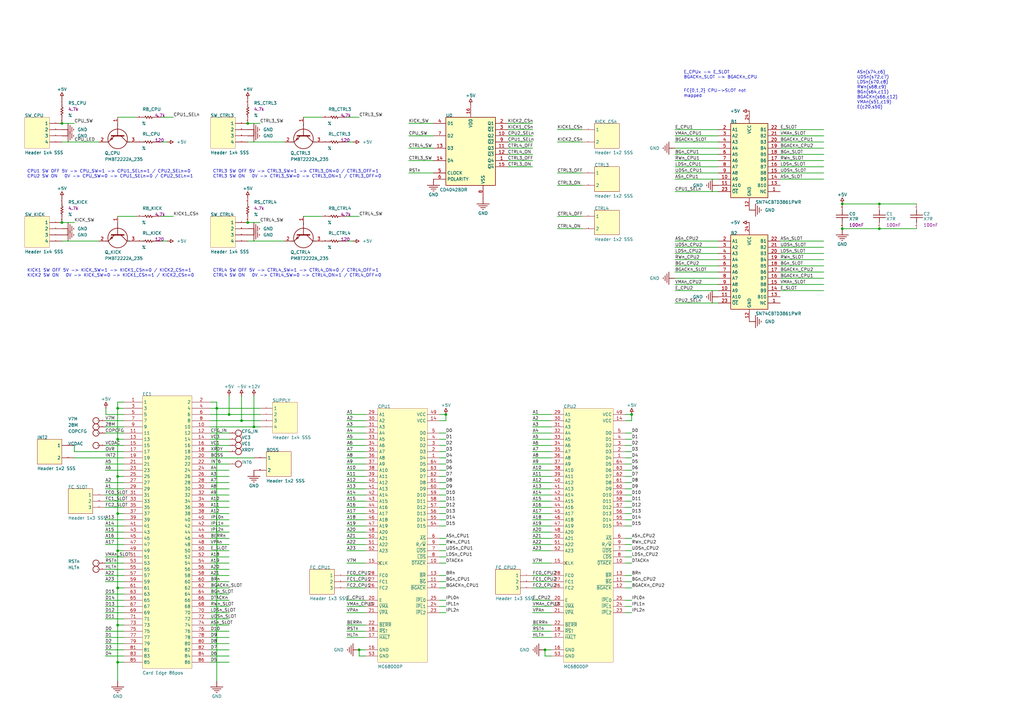
<source format=kicad_sch>
(kicad_sch (version 20231120) (generator "eeschema") (generator_version "7.99")
  (paper "A3")
  (lib_symbols
    (symbol "CpuSelector7-altium-import:+12V" (power)
      (property "Reference" "#PWR" (at 0 0 0))
      (property "Value" "+12V" (at 0 3.81 0))
      (symbol "+12V_0_0"
        (pin power_in line (at 0 0 0) (length 0) hide (name "+12V") (number ""))
      )
    )
    (symbol "CpuSelector7-altium-import:+5V" (power)
      (property "Reference" "#PWR" (at 0 0 0))
      (property "Value" "+5V" (at 0 3.81 0))
      (symbol "+5V_0_0"
        (pin power_in line (at 0 0 0) (length 0) hide (name "+5V") (number ""))
      )
    )
    (symbol "CpuSelector7-altium-import:-5V" (power)
      (property "Reference" "#PWR" (at 0 0 0))
      (property "Value" "-5V" (at 0 3.81 0))
      (symbol "-5V_0_0"
        (pin power_in line (at 0 0 0) (length 0) hide (name "-5V") (number ""))
      )
    )
    (symbol "CpuSelector7-altium-import:GND" (power)
      (property "Reference" "#PWR" (at 0 0 0))
      (property "Value" "GND" (at 0 6.35 0))
      (symbol "GND_0_0"
        (pin power_in line (at 0 0 0) (length 0) hide (name "GND") (number ""))
      )
    )
    (symbol "CpuSelector7-altium-import:root_0_CD4042BDR"
      (symbol "root_0_CD4042BDR_1_0"
        (pin passive line (at 15.24 -5.08 180) (length 5.08) (name "Q4") (number "1"))
        (pin passive line (at 15.24 5.08 180) (length 5.08) (name "Q2") (number "10"))
        (pin passive line (at 15.24 0 180) (length 5.08) (name "Q3") (number "11"))
        (pin passive line (at 15.24 -2.54 180) (length 5.08) (name "~{Q3}") (number "12"))
        (pin passive line (at -15.24 0 0) (length 5.08) (name "D3") (number "13"))
        (pin passive line (at -15.24 -5.08 0) (length 5.08) (name "D4") (number "14"))
        (pin passive line (at 15.24 -7.62 180) (length 5.08) (name "~{Q4}") (number "15"))
        (pin passive line (at 0 17.78 270) (length 5.08) (name "VDD") (number "16"))
        (pin passive line (at 15.24 10.16 180) (length 5.08) (name "Q1") (number "2"))
        (pin passive line (at 15.24 7.62 180) (length 5.08) (name "~{Q1}") (number "3"))
        (pin passive line (at -15.24 10.16 0) (length 5.08) (name "D1") (number "4"))
        (pin passive line (at -15.24 -10.16 0) (length 5.08) (name "CLOCK") (number "5"))
        (pin passive line (at -15.24 -12.7 0) (length 5.08) (name "POLARITY") (number "6"))
        (pin passive line (at -15.24 5.08 0) (length 5.08) (name "D2") (number "7"))
        (pin passive line (at 5.08 -20.32 90) (length 5.08) (name "VSS") (number "8"))
        (pin passive line (at 15.24 2.54 180) (length 5.08) (name "~{Q2}") (number "9"))
      )
    )
    (symbol "CpuSelector7-altium-import:root_0_Card Edge 86pos"
      (symbol "root_0_Card Edge 86pos_1_0"
        (pin passive line (at -17.78 53.34 0) (length 7.62) (name "1") (number "1"))
        (pin passive line (at 17.78 43.18 180) (length 7.62) (name "10") (number "10"))
        (pin passive line (at -17.78 40.64 0) (length 7.62) (name "11") (number "11"))
        (pin passive line (at 17.78 40.64 180) (length 7.62) (name "12") (number "12"))
        (pin passive line (at -17.78 38.1 0) (length 7.62) (name "13") (number "13"))
        (pin passive line (at 17.78 38.1 180) (length 7.62) (name "14") (number "14"))
        (pin passive line (at -17.78 35.56 0) (length 7.62) (name "15") (number "15"))
        (pin passive line (at 17.78 35.56 180) (length 7.62) (name "16") (number "16"))
        (pin passive line (at -17.78 33.02 0) (length 7.62) (name "17") (number "17"))
        (pin passive line (at 17.78 33.02 180) (length 7.62) (name "18") (number "18"))
        (pin passive line (at -17.78 30.48 0) (length 7.62) (name "19") (number "19"))
        (pin passive line (at 17.78 53.34 180) (length 7.62) (name "2") (number "2"))
        (pin passive line (at 17.78 30.48 180) (length 7.62) (name "20") (number "20"))
        (pin passive line (at -17.78 27.94 0) (length 7.62) (name "21") (number "21"))
        (pin passive line (at 17.78 27.94 180) (length 7.62) (name "22") (number "22"))
        (pin passive line (at -17.78 25.4 0) (length 7.62) (name "23") (number "23"))
        (pin passive line (at 17.78 25.4 180) (length 7.62) (name "24") (number "24"))
        (pin passive line (at -17.78 22.86 0) (length 7.62) (name "25") (number "25"))
        (pin passive line (at 17.78 22.86 180) (length 7.62) (name "26") (number "26"))
        (pin passive line (at -17.78 20.32 0) (length 7.62) (name "27") (number "27"))
        (pin passive line (at 17.78 20.32 180) (length 7.62) (name "28") (number "28"))
        (pin passive line (at -17.78 17.78 0) (length 7.62) (name "29") (number "29"))
        (pin passive line (at -17.78 50.8 0) (length 7.62) (name "3") (number "3"))
        (pin passive line (at 17.78 17.78 180) (length 7.62) (name "30") (number "30"))
        (pin passive line (at -17.78 15.24 0) (length 7.62) (name "31") (number "31"))
        (pin passive line (at 17.78 15.24 180) (length 7.62) (name "32") (number "32"))
        (pin passive line (at -17.78 12.7 0) (length 7.62) (name "33") (number "33"))
        (pin passive line (at 17.78 12.7 180) (length 7.62) (name "34") (number "34"))
        (pin passive line (at -17.78 10.16 0) (length 7.62) (name "35") (number "35"))
        (pin passive line (at 17.78 10.16 180) (length 7.62) (name "36") (number "36"))
        (pin passive line (at -17.78 7.62 0) (length 7.62) (name "37") (number "37"))
        (pin passive line (at 17.78 7.62 180) (length 7.62) (name "38") (number "38"))
        (pin passive line (at -17.78 5.08 0) (length 7.62) (name "39") (number "39"))
        (pin passive line (at 17.78 50.8 180) (length 7.62) (name "4") (number "4"))
        (pin passive line (at 17.78 5.08 180) (length 7.62) (name "40") (number "40"))
        (pin passive line (at -17.78 2.54 0) (length 7.62) (name "41") (number "41"))
        (pin passive line (at 17.78 2.54 180) (length 7.62) (name "42") (number "42"))
        (pin passive line (at -17.78 0 0) (length 7.62) (name "43") (number "43"))
        (pin passive line (at 17.78 0 180) (length 7.62) (name "44") (number "44"))
        (pin passive line (at -17.78 -2.54 0) (length 7.62) (name "45") (number "45"))
        (pin passive line (at 17.78 -2.54 180) (length 7.62) (name "46") (number "46"))
        (pin passive line (at -17.78 -5.08 0) (length 7.62) (name "47") (number "47"))
        (pin passive line (at 17.78 -5.08 180) (length 7.62) (name "48") (number "48"))
        (pin passive line (at -17.78 -7.62 0) (length 7.62) (name "49") (number "49"))
        (pin passive line (at -17.78 48.26 0) (length 7.62) (name "5") (number "5"))
        (pin passive line (at 17.78 -7.62 180) (length 7.62) (name "50") (number "50"))
        (pin passive line (at -17.78 -10.16 0) (length 7.62) (name "51") (number "51"))
        (pin passive line (at 17.78 -10.16 180) (length 7.62) (name "52") (number "52"))
        (pin passive line (at -17.78 -12.7 0) (length 7.62) (name "53") (number "53"))
        (pin passive line (at 17.78 -12.7 180) (length 7.62) (name "54") (number "54"))
        (pin passive line (at -17.78 -15.24 0) (length 7.62) (name "55") (number "55"))
        (pin passive line (at 17.78 -15.24 180) (length 7.62) (name "56") (number "56"))
        (pin passive line (at -17.78 -17.78 0) (length 7.62) (name "57") (number "57"))
        (pin passive line (at 17.78 -17.78 180) (length 7.62) (name "58") (number "58"))
        (pin passive line (at -17.78 -20.32 0) (length 7.62) (name "59") (number "59"))
        (pin passive line (at 17.78 48.26 180) (length 7.62) (name "6") (number "6"))
        (pin passive line (at 17.78 -20.32 180) (length 7.62) (name "60") (number "60"))
        (pin passive line (at -17.78 -22.86 0) (length 7.62) (name "61") (number "61"))
        (pin passive line (at 17.78 -22.86 180) (length 7.62) (name "62") (number "62"))
        (pin passive line (at -17.78 -25.4 0) (length 7.62) (name "63") (number "63"))
        (pin passive line (at 17.78 -25.4 180) (length 7.62) (name "64") (number "64"))
        (pin passive line (at -17.78 -27.94 0) (length 7.62) (name "65") (number "65"))
        (pin passive line (at 17.78 -27.94 180) (length 7.62) (name "66") (number "66"))
        (pin passive line (at -17.78 -30.48 0) (length 7.62) (name "67") (number "67"))
        (pin passive line (at 17.78 -30.48 180) (length 7.62) (name "68") (number "68"))
        (pin passive line (at -17.78 -33.02 0) (length 7.62) (name "69") (number "69"))
        (pin passive line (at -17.78 45.72 0) (length 7.62) (name "7") (number "7"))
        (pin passive line (at 17.78 -33.02 180) (length 7.62) (name "70") (number "70"))
        (pin passive line (at -17.78 -35.56 0) (length 7.62) (name "71") (number "71"))
        (pin passive line (at 17.78 -35.56 180) (length 7.62) (name "72") (number "72"))
        (pin passive line (at -17.78 -38.1 0) (length 7.62) (name "73") (number "73"))
        (pin passive line (at 17.78 -38.1 180) (length 7.62) (name "74") (number "74"))
        (pin passive line (at -17.78 -40.64 0) (length 7.62) (name "75") (number "75"))
        (pin passive line (at 17.78 -40.64 180) (length 7.62) (name "76") (number "76"))
        (pin passive line (at -17.78 -43.18 0) (length 7.62) (name "77") (number "77"))
        (pin passive line (at 17.78 -43.18 180) (length 7.62) (name "78") (number "78"))
        (pin passive line (at -17.78 -45.72 0) (length 7.62) (name "79") (number "79"))
        (pin passive line (at 17.78 45.72 180) (length 7.62) (name "8") (number "8"))
        (pin passive line (at 17.78 -45.72 180) (length 7.62) (name "80") (number "80"))
        (pin passive line (at -17.78 -48.26 0) (length 7.62) (name "81") (number "81"))
        (pin passive line (at 17.78 -48.26 180) (length 7.62) (name "82") (number "82"))
        (pin passive line (at -17.78 -50.8 0) (length 7.62) (name "83") (number "83"))
        (pin passive line (at 17.78 -50.8 180) (length 7.62) (name "84") (number "84"))
        (pin passive line (at -17.78 -53.34 0) (length 7.62) (name "85") (number "85"))
        (pin passive line (at 17.78 -53.34 180) (length 7.62) (name "86") (number "86"))
        (pin passive line (at -17.78 43.18 0) (length 7.62) (name "9") (number "9"))
      )
    )
    (symbol "CpuSelector7-altium-import:root_0_Header 1x2 SSS"
      (symbol "root_0_Header 1x2 SSS_1_0"
        (pin passive line (at 10.16 10.16 180) (length 5.08) (name "1") (number "1"))
        (pin passive line (at 10.16 5.08 180) (length 5.08) (name "2") (number "2"))
      )
    )
    (symbol "CpuSelector7-altium-import:root_0_Header 1x3 SSS"
      (symbol "root_0_Header 1x3 SSS_1_0"
        (pin passive line (at 10.16 10.16 180) (length 5.08) (name "1") (number "1"))
        (pin passive line (at 10.16 7.62 180) (length 5.08) (name "2") (number "2"))
        (pin passive line (at 10.16 5.08 180) (length 5.08) (name "3") (number "3"))
      )
    )
    (symbol "CpuSelector7-altium-import:root_0_Header 1x4 SSS"
      (symbol "root_0_Header 1x4 SSS_1_0"
        (pin passive line (at 10.16 10.16 180) (length 5.08) (name "1") (number "1"))
        (pin passive line (at 10.16 7.62 180) (length 5.08) (name "2") (number "2"))
        (pin passive line (at 10.16 5.08 180) (length 5.08) (name "3") (number "3"))
        (pin passive line (at 10.16 2.54 180) (length 5.08) (name "4") (number "4"))
      )
    )
    (symbol "CpuSelector7-altium-import:root_0_MC68000P"
      (symbol "root_0_MC68000P_1_0"
        (pin bidirectional line (at 25.4 -20.32 180) (length 5.08) (name "D4") (number "1"))
        (pin input line (at 25.4 -63.5 180) (length 5.08) (name "~{DTACK}") (number "10"))
        (pin output line (at 25.4 -71.12 180) (length 5.08) (name "~{BG}") (number "11"))
        (pin input line (at 25.4 -73.66 180) (length 5.08) (name "~{BGACK}") (number "12"))
        (pin input line (at 25.4 -68.58 180) (length 5.08) (name "~{BR}") (number "13"))
        (pin power_in line (at 25.4 -5.08 180) (length 5.08) (name "VCC") (number "14"))
        (pin input clock (at -5.08 -63.5 0) (length 5.08) (name "CLK") (number "15"))
        (pin power_in line (at -5.08 -99.06 0) (length 5.08) (name "GND") (number "16"))
        (pin bidirectional line (at -5.08 -93.98 0) (length 5.08) (name "~{HALT}") (number "17"))
        (pin bidirectional line (at -5.08 -91.44 0) (length 5.08) (name "~{RS}T") (number "18"))
        (pin output line (at -5.08 -81.28 0) (length 5.08) (name "~{VMA}") (number "19"))
        (pin bidirectional line (at 25.4 -17.78 180) (length 5.08) (name "D3") (number "2"))
        (pin output line (at -5.08 -78.74 0) (length 5.08) (name "E") (number "20"))
        (pin input line (at -5.08 -83.82 0) (length 5.08) (name "~{VPA}") (number "21"))
        (pin input line (at -5.08 -88.9 0) (length 5.08) (name "~{BERR}") (number "22"))
        (pin input line (at 25.4 -83.82 180) (length 5.08) (name "~{IPL}2") (number "23"))
        (pin input line (at 25.4 -81.28 180) (length 5.08) (name "~{IPL}1") (number "24"))
        (pin input line (at 25.4 -78.74 180) (length 5.08) (name "~{IPL}0") (number "25"))
        (pin output line (at -5.08 -73.66 0) (length 5.08) (name "FC2") (number "26"))
        (pin output line (at -5.08 -71.12 0) (length 5.08) (name "FC1") (number "27"))
        (pin output line (at -5.08 -68.58 0) (length 5.08) (name "FC0") (number "28"))
        (pin tri_state line (at -5.08 -2.54 0) (length 5.08) (name "A1") (number "29"))
        (pin bidirectional line (at 25.4 -15.24 180) (length 5.08) (name "D2") (number "3"))
        (pin tri_state line (at -5.08 -5.08 0) (length 5.08) (name "A2") (number "30"))
        (pin tri_state line (at -5.08 -7.62 0) (length 5.08) (name "A3") (number "31"))
        (pin tri_state line (at -5.08 -10.16 0) (length 5.08) (name "A4") (number "32"))
        (pin tri_state line (at -5.08 -12.7 0) (length 5.08) (name "A5") (number "33"))
        (pin tri_state line (at -5.08 -15.24 0) (length 5.08) (name "A6") (number "34"))
        (pin tri_state line (at -5.08 -17.78 0) (length 5.08) (name "A7") (number "35"))
        (pin tri_state line (at -5.08 -20.32 0) (length 5.08) (name "A8") (number "36"))
        (pin tri_state line (at -5.08 -22.86 0) (length 5.08) (name "A9") (number "37"))
        (pin tri_state line (at -5.08 -25.4 0) (length 5.08) (name "A10") (number "38"))
        (pin tri_state line (at -5.08 -27.94 0) (length 5.08) (name "A11") (number "39"))
        (pin bidirectional line (at 25.4 -12.7 180) (length 5.08) (name "D1") (number "4"))
        (pin tri_state line (at -5.08 -30.48 0) (length 5.08) (name "A12") (number "40"))
        (pin tri_state line (at -5.08 -33.02 0) (length 5.08) (name "A13") (number "41"))
        (pin tri_state line (at -5.08 -35.56 0) (length 5.08) (name "A14") (number "42"))
        (pin tri_state line (at -5.08 -38.1 0) (length 5.08) (name "A15") (number "43"))
        (pin tri_state line (at -5.08 -40.64 0) (length 5.08) (name "A16") (number "44"))
        (pin tri_state line (at -5.08 -43.18 0) (length 5.08) (name "A17") (number "45"))
        (pin tri_state line (at -5.08 -45.72 0) (length 5.08) (name "A18") (number "46"))
        (pin tri_state line (at -5.08 -48.26 0) (length 5.08) (name "A19") (number "47"))
        (pin tri_state line (at -5.08 -50.8 0) (length 5.08) (name "A20") (number "48"))
        (pin power_in line (at 25.4 -2.54 180) (length 5.08) (name "VCC") (number "49"))
        (pin bidirectional line (at 25.4 -10.16 180) (length 5.08) (name "D0") (number "5"))
        (pin tri_state line (at -5.08 -53.34 0) (length 5.08) (name "A21") (number "50"))
        (pin tri_state line (at -5.08 -55.88 0) (length 5.08) (name "A22") (number "51"))
        (pin tri_state line (at -5.08 -58.42 0) (length 5.08) (name "A23") (number "52"))
        (pin power_in line (at -5.08 -101.6 0) (length 5.08) (name "GND") (number "53"))
        (pin bidirectional line (at 25.4 -48.26 180) (length 5.08) (name "D15") (number "54"))
        (pin bidirectional line (at 25.4 -45.72 180) (length 5.08) (name "D14") (number "55"))
        (pin bidirectional line (at 25.4 -43.18 180) (length 5.08) (name "D13") (number "56"))
        (pin bidirectional line (at 25.4 -40.64 180) (length 5.08) (name "D12") (number "57"))
        (pin bidirectional line (at 25.4 -38.1 180) (length 5.08) (name "D11") (number "58"))
        (pin bidirectional line (at 25.4 -35.56 180) (length 5.08) (name "D10") (number "59"))
        (pin output line (at 25.4 -53.34 180) (length 5.08) (name "~{AS}") (number "6"))
        (pin bidirectional line (at 25.4 -33.02 180) (length 5.08) (name "D9") (number "60"))
        (pin bidirectional line (at 25.4 -30.48 180) (length 5.08) (name "D8") (number "61"))
        (pin bidirectional line (at 25.4 -27.94 180) (length 5.08) (name "D7") (number "62"))
        (pin bidirectional line (at 25.4 -25.4 180) (length 5.08) (name "D6") (number "63"))
        (pin bidirectional line (at 25.4 -22.86 180) (length 5.08) (name "D5") (number "64"))
        (pin output line (at 25.4 -58.42 180) (length 5.08) (name "~{UDS}") (number "7"))
        (pin output line (at 25.4 -60.96 180) (length 5.08) (name "~{LDS}") (number "8"))
        (pin output line (at 25.4 -55.88 180) (length 5.08) (name "R/~{W}") (number "9"))
      )
    )
    (symbol "CpuSelector7-altium-import:root_0_SN74CBTD3861PWR"
      (symbol "root_0_SN74CBTD3861PWR_1_0"
        (pin passive line (at 12.7 -12.7 180) (length 5.08) (name "NC") (number "1"))
        (pin passive line (at -12.7 -7.62 0) (length 5.08) (name "A9") (number "10"))
        (pin passive line (at -12.7 -10.16 0) (length 5.08) (name "A10") (number "11"))
        (pin passive line (at 0 -20.32 90) (length 5.08) (name "GND") (number "12"))
        (pin passive line (at 12.7 -10.16 180) (length 5.08) (name "B10") (number "13"))
        (pin passive line (at 12.7 -7.62 180) (length 5.08) (name "B9") (number "14"))
        (pin passive line (at 12.7 -5.08 180) (length 5.08) (name "B8") (number "15"))
        (pin passive line (at 12.7 -2.54 180) (length 5.08) (name "B7") (number "16"))
        (pin passive line (at 12.7 0 180) (length 5.08) (name "B6") (number "17"))
        (pin passive line (at 12.7 2.54 180) (length 5.08) (name "B5") (number "18"))
        (pin passive line (at 12.7 5.08 180) (length 5.08) (name "B4") (number "19"))
        (pin passive line (at -12.7 12.7 0) (length 5.08) (name "A1") (number "2"))
        (pin passive line (at 12.7 7.62 180) (length 5.08) (name "B3") (number "20"))
        (pin passive line (at 12.7 10.16 180) (length 5.08) (name "B2") (number "21"))
        (pin passive line (at 12.7 12.7 180) (length 5.08) (name "B1") (number "22"))
        (pin passive line (at -12.7 -12.7 0) (length 5.08) (name "~{OE}") (number "23"))
        (pin passive line (at 0 20.32 270) (length 5.08) (name "VCC") (number "24"))
        (pin passive line (at -12.7 10.16 0) (length 5.08) (name "A2") (number "3"))
        (pin passive line (at -12.7 7.62 0) (length 5.08) (name "A3") (number "4"))
        (pin passive line (at -12.7 5.08 0) (length 5.08) (name "A4") (number "5"))
        (pin passive line (at -12.7 2.54 0) (length 5.08) (name "A5") (number "6"))
        (pin passive line (at -12.7 0 0) (length 5.08) (name "A6") (number "7"))
        (pin passive line (at -12.7 -2.54 0) (length 5.08) (name "A7") (number "8"))
        (pin passive line (at -12.7 -5.08 0) (length 5.08) (name "A8") (number "9"))
      )
    )
    (symbol "CpuSelector7-altium-import:root_0_Test Point"
      (symbol "root_0_Test Point_1_0"
        (pin passive line (at 2.54 0 180) (length 2.54) (name "1") (number "1"))
      )
    )
    (symbol "CpuSelector7-altium-import:root_0_mirrored_Header 1x2 SSS"
      (symbol "root_0_mirrored_Header 1x2 SSS_1_0"
        (pin passive line (at -10.16 10.16 0) (length 5.08) (name "1") (number "1"))
        (pin passive line (at -10.16 5.08 0) (length 5.08) (name "2") (number "2"))
      )
    )
    (symbol "CpuSelector7-altium-import:root_0_mirrored_Header 1x4 SSS"
      (symbol "root_0_mirrored_Header 1x4 SSS_1_0"
        (pin passive line (at -10.16 10.16 0) (length 5.08) (name "1") (number "1"))
        (pin passive line (at -10.16 7.62 0) (length 5.08) (name "2") (number "2"))
        (pin passive line (at -10.16 5.08 0) (length 5.08) (name "3") (number "3"))
        (pin passive line (at -10.16 2.54 0) (length 5.08) (name "4") (number "4"))
      )
    )
    (symbol "CpuSelector7-altium-import:root_1_R"
      (symbol "root_1_R_1_0"
        (pin passive line (at 0 -5.08 90) (length 2.54) (name "1") (number "1"))
        (pin passive line (at 0 5.08 270) (length 2.54) (name "2") (number "2"))
      )
    )
    (symbol "CpuSelector7-altium-import:root_1_X7R"
      (symbol "root_1_X7R_1_0"
        (pin passive line (at 0 5.08 270) (length 2.54) (name "1") (number "1"))
        (pin passive line (at 0 -5.08 90) (length 2.54) (name "2") (number "2"))
      )
    )
    (symbol "CpuSelector7-altium-import:root_2_R"
      (symbol "root_2_R_1_0"
        (pin passive line (at 5.08 0 180) (length 2.54) (name "1") (number "1"))
        (pin passive line (at -5.08 0 0) (length 2.54) (name "2") (number "2"))
      )
    )
    (symbol "CpuSelector7-altium-import:root_2_Test Point"
      (symbol "root_2_Test Point_1_0"
        (pin passive line (at -2.54 0 0) (length 2.54) (name "1") (number "1"))
      )
    )
    (symbol "CpuSelector7-altium-import:root_3_PMBT2222A_235"
      (symbol "root_3_PMBT2222A_235_1_0"
        (pin passive line (at 0 0 270) (length 2.54) (name "B") (number "1"))
        (pin passive line (at -7.62 -10.16 0) (length 2.54) (name "E") (number "2"))
        (pin passive line (at 7.62 -10.16 180) (length 2.54) (name "C") (number "3"))
      )
    )
  )
  (junction (at 360.68 93.8022))
  (junction (at 25.4 50.6222))
  (junction (at 345.44 83.6422))
  (junction (at 48.26 241.1222))
  (junction (at 182.88 170.0022))
  (junction (at 104.14 175.0822))
  (junction (at 48.26 195.4022))
  (junction (at 48.26 167.4622))
  (junction (at 48.26 256.3622))
  (junction (at 101.6 50.6222))
  (junction (at 48.26 180.1622))
  (junction (at 360.68 83.6422))
  (junction (at 99.06 172.5422))
  (junction (at 48.26 210.6422))
  (junction (at 101.6 91.2622))
  (junction (at 25.4 91.2622))
  (junction (at 93.98 170.0022))
  (junction (at 223.52 266.5222))
  (junction (at 48.26 271.6022))
  (junction (at 88.9 167.4622))
  (junction (at 48.26 225.8822))
  (junction (at 345.44 93.8022))
  (junction (at 147.32 266.5222))
  (junction (at 259.08 170.0022))
  (wire (pts (xy 104.14 162.3822) (xy 104.14 175.0822)) (stroke (width 0.254)))
  (wire (pts (xy 320.04 106.5022) (xy 337.82 106.5022)) (stroke (width 0.254)))
  (wire (pts (xy 256.54 213.1822) (xy 259.08 213.1822)) (stroke (width 0.254)))
  (wire (pts (xy 93.98 203.0222) (xy 86.36 203.0222)) (stroke (width 0.254)))
  (wire (pts (xy 223.52 269.0622) (xy 226.06 269.0622)) (stroke (width 0.254)))
  (wire (pts (xy 180.34 220.8022) (xy 182.88 220.8022)) (stroke (width 0.254)))
  (wire (pts (xy 238.76 70.9422) (xy 228.6 70.9422)) (stroke (width 0.254)))
  (wire (pts (xy 218.44 185.2422) (xy 226.06 185.2422)) (stroke (width 0.254)))
  (wire (pts (xy 86.36 185.2422) (xy 93.98 185.2422)) (stroke (width 0.254)))
  (wire (pts (xy 180.34 185.2422) (xy 182.88 185.2422)) (stroke (width 0.254)))
  (wire (pts (xy 142.24 180.1622) (xy 149.86 180.1622)) (stroke (width 0.254)))
  (wire (pts (xy 360.68 93.8022) (xy 345.44 93.8022)) (stroke (width 0.254)))
  (wire (pts (xy 226.06 266.5222) (xy 223.52 266.5222)) (stroke (width 0.254)))
  (wire (pts (xy 256.54 203.0222) (xy 259.08 203.0222)) (stroke (width 0.254)))
  (wire (pts (xy 276.86 63.3222) (xy 294.64 63.3222)) (stroke (width 0.254)))
  (wire (pts (xy 93.98 215.7222) (xy 86.36 215.7222)) (stroke (width 0.254)))
  (wire (pts (xy 142.24 185.2422) (xy 149.86 185.2422)) (stroke (width 0.254)))
  (wire (pts (xy 208.28 53.1622) (xy 218.44 53.1622)) (stroke (width 0.254)))
  (wire (pts (xy 180.34 177.6222) (xy 182.88 177.6222)) (stroke (width 0.254)))
  (wire (pts (xy 218.44 205.5622) (xy 226.06 205.5622)) (stroke (width 0.254)))
  (wire (pts (xy 93.98 197.9422) (xy 86.36 197.9422)) (stroke (width 0.254)))
  (wire (pts (xy 180.34 195.4022) (xy 182.88 195.4022)) (stroke (width 0.254)))
  (wire (pts (xy 86.36 164.9222) (xy 88.9 164.9222)) (stroke (width 0.254)))
  (wire (pts (xy 218.44 225.8822) (xy 226.06 225.8822)) (stroke (width 0.254)))
  (wire (pts (xy 218.44 187.7822) (xy 226.06 187.7822)) (stroke (width 0.254)))
  (wire (pts (xy 256.54 230.9622) (xy 259.08 230.9622)) (stroke (width 0.254)))
  (wire (pts (xy 218.44 182.7022) (xy 226.06 182.7022)) (stroke (width 0.254)))
  (wire (pts (xy 142.24 210.6422) (xy 149.86 210.6422)) (stroke (width 0.254)))
  (wire (pts (xy 142.24 208.1022) (xy 149.86 208.1022)) (stroke (width 0.254)))
  (wire (pts (xy 238.76 76.0222) (xy 228.6 76.0222)) (stroke (width 0.254)))
  (wire (pts (xy 256.54 187.7822) (xy 259.08 187.7822)) (stroke (width 0.254)))
  (wire (pts (xy 142.24 58.2422) (xy 144.78 58.2422)) (stroke (width 0.254)))
  (wire (pts (xy 48.26 164.9222) (xy 50.8 164.9222)) (stroke (width 0.254)))
  (wire (pts (xy 142.24 241.1222) (xy 149.86 241.1222)) (stroke (width 0.254)))
  (wire (pts (xy 142.24 175.0822) (xy 149.86 175.0822)) (stroke (width 0.254)))
  (wire (pts (xy 50.8 177.6222) (xy 43.18 177.6222)) (stroke (width 0.254)))
  (wire (pts (xy 218.44 220.8022) (xy 226.06 220.8022)) (stroke (width 0.254)))
  (wire (pts (xy 320.04 70.9422) (xy 337.82 70.9422)) (stroke (width 0.254)))
  (wire (pts (xy 218.44 251.2822) (xy 226.06 251.2822)) (stroke (width 0.254)))
  (wire (pts (xy 50.8 197.9422) (xy 43.18 197.9422)) (stroke (width 0.254)))
  (wire (pts (xy 142.24 197.9422) (xy 149.86 197.9422)) (stroke (width 0.254)))
  (wire (pts (xy 93.98 256.3622) (xy 86.36 256.3622)) (stroke (width 0.254)))
  (wire (pts (xy 66.04 88.7222) (xy 71.12 88.7222)) (stroke (width 0.254)))
  (wire (pts (xy 50.8 190.3222) (xy 43.18 190.3222)) (stroke (width 0.254)))
  (wire (pts (xy 50.8 261.4422) (xy 43.18 261.4422)) (stroke (width 0.254)))
  (wire (pts (xy 218.44 246.2022) (xy 226.06 246.2022)) (stroke (width 0.254)))
  (wire (pts (xy 50.8 266.5222) (xy 43.18 266.5222)) (stroke (width 0.254)))
  (wire (pts (xy 43.18 172.5422) (xy 50.8 172.5422)) (stroke (width 0.254)))
  (wire (pts (xy 142.24 215.7222) (xy 149.86 215.7222)) (stroke (width 0.254)))
  (wire (pts (xy 218.44 218.2622) (xy 226.06 218.2622)) (stroke (width 0.254)))
  (wire (pts (xy 142.24 192.8622) (xy 149.86 192.8622)) (stroke (width 0.254)))
  (wire (pts (xy 276.86 124.2822) (xy 294.64 124.2822)) (stroke (width 0.254)))
  (wire (pts (xy 93.98 266.5222) (xy 86.36 266.5222)) (stroke (width 0.254)))
  (wire (pts (xy 256.54 185.2422) (xy 259.08 185.2422)) (stroke (width 0.254)))
  (wire (pts (xy 259.08 172.5422) (xy 256.54 172.5422)) (stroke (width 0.254)))
  (wire (pts (xy 93.98 170.0022) (xy 106.68 170.0022)) (stroke (width 0.254)))
  (wire (pts (xy 48.26 225.8822) (xy 48.26 241.1222)) (stroke (width 0.254)))
  (wire (pts (xy 50.8 246.2022) (xy 43.18 246.2022)) (stroke (width 0.254)))
  (wire (pts (xy 167.64 50.6222) (xy 177.8 50.6222)) (stroke (width 0.254)))
  (wire (pts (xy 276.86 73.4822) (xy 294.64 73.4822)) (stroke (width 0.254)))
  (wire (pts (xy 276.86 111.5822) (xy 294.64 111.5822)) (stroke (width 0.254)))
  (wire (pts (xy 50.8 220.8022) (xy 43.18 220.8022)) (stroke (width 0.254)))
  (wire (pts (xy 276.86 60.7822) (xy 294.64 60.7822)) (stroke (width 0.254)))
  (wire (pts (xy 276.86 116.6622) (xy 294.64 116.6622)) (stroke (width 0.254)))
  (wire (pts (xy 142.24 88.7222) (xy 147.32 88.7222)) (stroke (width 0.254)))
  (wire (pts (xy 218.44 192.8622) (xy 226.06 192.8622)) (stroke (width 0.254)))
  (wire (pts (xy 180.34 230.9622) (xy 182.88 230.9622)) (stroke (width 0.254)))
  (wire (pts (xy 208.28 50.6222) (xy 218.44 50.6222)) (stroke (width 0.254)))
  (wire (pts (xy 320.04 116.6622) (xy 337.82 116.6622)) (stroke (width 0.254)))
  (wire (pts (xy 48.26 167.4622) (xy 48.26 180.1622)) (stroke (width 0.254)))
  (wire (pts (xy 142.24 172.5422) (xy 149.86 172.5422)) (stroke (width 0.254)))
  (wire (pts (xy 93.98 210.6422) (xy 86.36 210.6422)) (stroke (width 0.254)))
  (wire (pts (xy 142.24 200.4822) (xy 149.86 200.4822)) (stroke (width 0.254)))
  (wire (pts (xy 66.04 48.0822) (xy 71.12 48.0822)) (stroke (width 0.254)))
  (wire (pts (xy 66.04 98.8822) (xy 68.58 98.8822)) (stroke (width 0.254)))
  (wire (pts (xy 25.4 58.2422) (xy 40.64 58.2422)) (stroke (width 0.254)))
  (wire (pts (xy 320.04 53.1622) (xy 337.82 53.1622)) (stroke (width 0.254)))
  (wire (pts (xy 93.98 236.0422) (xy 86.36 236.0422)) (stroke (width 0.254)))
  (wire (pts (xy 93.98 243.6622) (xy 86.36 243.6622)) (stroke (width 0.254)))
  (wire (pts (xy 238.76 93.8022) (xy 228.6 93.8022)) (stroke (width 0.254)))
  (wire (pts (xy 48.26 167.4622) (xy 48.26 164.9222)) (stroke (width 0.254)))
  (wire (pts (xy 142.24 248.7422) (xy 149.86 248.7422)) (stroke (width 0.254)))
  (wire (pts (xy 276.86 106.5022) (xy 294.64 106.5022)) (stroke (width 0.254)))
  (wire (pts (xy 218.44 197.9422) (xy 226.06 197.9422)) (stroke (width 0.254)))
  (wire (pts (xy 50.8 208.1022) (xy 43.18 208.1022)) (stroke (width 0.254)))
  (wire (pts (xy 218.44 258.9022) (xy 226.06 258.9022)) (stroke (width 0.254)))
  (wire (pts (xy 50.8 248.7422) (xy 43.18 248.7422)) (stroke (width 0.254)))
  (wire (pts (xy 320.04 101.4222) (xy 337.82 101.4222)) (stroke (width 0.254)))
  (wire (pts (xy 218.44 180.1622) (xy 226.06 180.1622)) (stroke (width 0.254)))
  (wire (pts (xy 276.86 65.8622) (xy 294.64 65.8622)) (stroke (width 0.254)))
  (wire (pts (xy 50.8 230.9622) (xy 43.18 230.9622)) (stroke (width 0.254)))
  (wire (pts (xy 218.44 236.0422) (xy 226.06 236.0422)) (stroke (width 0.254)))
  (wire (pts (xy 86.36 182.7022) (xy 93.98 182.7022)) (stroke (width 0.254)))
  (wire (pts (xy 218.44 261.4422) (xy 226.06 261.4422)) (stroke (width 0.254)))
  (wire (pts (xy 149.86 266.5222) (xy 147.32 266.5222)) (stroke (width 0.254)))
  (wire (pts (xy 93.98 223.3422) (xy 86.36 223.3422)) (stroke (width 0.254)))
  (wire (pts (xy 276.86 114.1222) (xy 294.64 114.1222)) (stroke (width 0.254)))
  (wire (pts (xy 43.18 182.7022) (xy 50.8 182.7022)) (stroke (width 0.254)))
  (wire (pts (xy 180.34 225.8822) (xy 182.88 225.8822)) (stroke (width 0.254)))
  (wire (pts (xy 320.04 98.8822) (xy 337.82 98.8822)) (stroke (width 0.254)))
  (wire (pts (xy 93.98 205.5622) (xy 86.36 205.5622)) (stroke (width 0.254)))
  (wire (pts (xy 180.34 203.0222) (xy 182.88 203.0222)) (stroke (width 0.254)))
  (wire (pts (xy 276.86 78.5622) (xy 294.64 78.5622)) (stroke (width 0.254)))
  (wire (pts (xy 93.98 241.1222) (xy 86.36 241.1222)) (stroke (width 0.254)))
  (wire (pts (xy 48.26 88.7222) (xy 55.88 88.7222)) (stroke (width 0.254)))
  (wire (pts (xy 93.98 228.4222) (xy 86.36 228.4222)) (stroke (width 0.254)))
  (wire (pts (xy 142.24 203.0222) (xy 149.86 203.0222)) (stroke (width 0.254)))
  (wire (pts (xy 93.98 213.1822) (xy 86.36 213.1822)) (stroke (width 0.254)))
  (wire (pts (xy 142.24 177.6222) (xy 149.86 177.6222)) (stroke (width 0.254)))
  (wire (pts (xy 50.8 251.2822) (xy 43.18 251.2822)) (stroke (width 0.254)))
  (wire (pts (xy 142.24 213.1822) (xy 149.86 213.1822)) (stroke (width 0.254)))
  (wire (pts (xy 50.8 192.8622) (xy 43.18 192.8622)) (stroke (width 0.254)))
  (wire (pts (xy 375.92 93.8022) (xy 360.68 93.8022)) (stroke (width 0.254)))
  (wire (pts (xy 48.26 271.6022) (xy 48.26 279.2222)) (stroke (width 0.254)))
  (wire (pts (xy 93.98 258.9022) (xy 86.36 258.9022)) (stroke (width 0.254)))
  (wire (pts (xy 142.24 223.3422) (xy 149.86 223.3422)) (stroke (width 0.254)))
  (wire (pts (xy 48.26 210.6422) (xy 48.26 225.8822)) (stroke (width 0.254)))
  (wire (pts (xy 86.36 190.3222) (xy 93.98 190.3222)) (stroke (width 0.254)))
  (wire (pts (xy 48.26 271.6022) (xy 50.8 271.6022)) (stroke (width 0.254)))
  (wire (pts (xy 93.98 230.9622) (xy 86.36 230.9622)) (stroke (width 0.254)))
  (wire (pts (xy 50.8 243.6622) (xy 43.18 243.6622)) (stroke (width 0.254)))
  (wire (pts (xy 142.24 218.2622) (xy 149.86 218.2622)) (stroke (width 0.254)))
  (wire (pts (xy 256.54 208.1022) (xy 259.08 208.1022)) (stroke (width 0.254)))
  (wire (pts (xy 180.34 192.8622) (xy 182.88 192.8622)) (stroke (width 0.254)))
  (wire (pts (xy 50.8 213.1822) (xy 43.18 213.1822)) (stroke (width 0.254)))
  (wire (pts (xy 142.24 225.8822) (xy 149.86 225.8822)) (stroke (width 0.254)))
  (wire (pts (xy 218.44 208.1022) (xy 226.06 208.1022)) (stroke (width 0.254)))
  (wire (pts (xy 276.86 103.9622) (xy 294.64 103.9622)) (stroke (width 0.254)))
  (wire (pts (xy 43.434 170.0022) (xy 50.8 170.0022)) (stroke (width 0.254)))
  (wire (pts (xy 48.26 48.0822) (xy 55.88 48.0822)) (stroke (width 0.254)))
  (wire (pts (xy 218.44 210.6422) (xy 226.06 210.6422)) (stroke (width 0.254)))
  (wire (pts (xy 256.54 200.4822) (xy 259.08 200.4822)) (stroke (width 0.254)))
  (wire (pts (xy 93.98 269.0622) (xy 86.36 269.0622)) (stroke (width 0.254)))
  (wire (pts (xy 167.64 55.7022) (xy 177.8 55.7022)) (stroke (width 0.254)))
  (wire (pts (xy 142.24 256.3622) (xy 149.86 256.3622)) (stroke (width 0.254)))
  (wire (pts (xy 320.04 109.0422) (xy 337.82 109.0422)) (stroke (width 0.254)))
  (wire (pts (xy 88.9 164.9222) (xy 88.9 167.4622)) (stroke (width 0.254)))
  (wire (pts (xy 228.6 53.1622) (xy 238.76 53.1622)) (stroke (width 0.254)))
  (wire (pts (xy 48.26 180.1622) (xy 48.26 195.4022)) (stroke (width 0.254)))
  (wire (pts (xy 88.9 167.4622) (xy 88.9 279.2222)) (stroke (width 0.254)))
  (wire (pts (xy 142.24 205.5622) (xy 149.86 205.5622)) (stroke (width 0.254)))
  (wire (pts (xy 50.8 223.3422) (xy 43.18 223.3422)) (stroke (width 0.254)))
  (wire (pts (xy 276.86 58.2422) (xy 294.64 58.2422)) (stroke (width 0.254)))
  (wire (pts (xy 256.54 177.6222) (xy 259.08 177.6222)) (stroke (width 0.254)))
  (wire (pts (xy 208.28 65.8622) (xy 218.44 65.8622)) (stroke (width 0.254)))
  (wire (pts (xy 182.88 172.5422) (xy 180.34 172.5422)) (stroke (width 0.254)))
  (wire (pts (xy 93.98 246.2022) (xy 86.36 246.2022)) (stroke (width 0.254)))
  (wire (pts (xy 48.26 210.6422) (xy 50.8 210.6422)) (stroke (width 0.254)))
  (wire (pts (xy 104.14 175.0822) (xy 86.36 175.0822)) (stroke (width 0.254)))
  (wire (pts (xy 218.44 177.6222) (xy 226.06 177.6222)) (stroke (width 0.254)))
  (wire (pts (xy 320.04 119.2022) (xy 337.82 119.2022)) (stroke (width 0.254)))
  (wire (pts (xy 180.34 180.1622) (xy 182.88 180.1622)) (stroke (width 0.254)))
  (wire (pts (xy 320.04 73.4822) (xy 337.82 73.4822)) (stroke (width 0.254)))
  (wire (pts (xy 360.68 83.6422) (xy 375.92 83.6422)) (stroke (width 0.254)))
  (wire (pts (xy 218.44 203.0222) (xy 226.06 203.0222)) (stroke (width 0.254)))
  (wire (pts (xy 50.8 253.8222) (xy 43.18 253.8222)) (stroke (width 0.254)))
  (wire (pts (xy 142.24 251.2822) (xy 149.86 251.2822)) (stroke (width 0.254)))
  (wire (pts (xy 167.64 60.7822) (xy 177.8 60.7822)) (stroke (width 0.254)))
  (wire (pts (xy 208.28 68.4022) (xy 218.44 68.4022)) (stroke (width 0.254)))
  (wire (pts (xy 180.34 210.6422) (xy 182.88 210.6422)) (stroke (width 0.254)))
  (wire (pts (xy 218.44 215.7222) (xy 226.06 215.7222)) (stroke (width 0.254)))
  (wire (pts (xy 218.44 170.0022) (xy 226.06 170.0022)) (stroke (width 0.254)))
  (wire (pts (xy 101.6 58.2422) (xy 116.84 58.2422)) (stroke (width 0.254)))
  (wire (pts (xy 167.64 70.9422) (xy 177.8 70.9422)) (stroke (width 0.254)))
  (wire (pts (xy 93.98 220.8022) (xy 86.36 220.8022)) (stroke (width 0.254)))
  (wire (pts (xy 48.26 256.3622) (xy 50.8 256.3622)) (stroke (width 0.254)))
  (wire (pts (xy 66.04 58.2422) (xy 68.58 58.2422)) (stroke (width 0.254)))
  (wire (pts (xy 99.06 172.5422) (xy 86.36 172.5422)) (stroke (width 0.254)))
  (wire (pts (xy 25.4 98.8822) (xy 40.64 98.8822)) (stroke (width 0.254)))
  (wire (pts (xy 88.9 167.4622) (xy 106.68 167.4622)) (stroke (width 0.254)))
  (wire (pts (xy 276.86 109.0422) (xy 294.64 109.0422)) (stroke (width 0.254)))
  (wire (pts (xy 276.86 55.7022) (xy 294.64 55.7022)) (stroke (width 0.254)))
  (wire (pts (xy 50.8 175.0822) (xy 43.18 175.0822)) (stroke (width 0.254)))
  (wire (pts (xy 180.34 208.1022) (xy 182.88 208.1022)) (stroke (width 0.254)))
  (wire (pts (xy 180.34 213.1822) (xy 182.88 213.1822)) (stroke (width 0.254)))
  (wire (pts (xy 48.26 225.8822) (xy 50.8 225.8822)) (stroke (width 0.254)))
  (wire (pts (xy 93.98 248.7422) (xy 86.36 248.7422)) (stroke (width 0.254)))
  (wire (pts (xy 218.44 195.4022) (xy 226.06 195.4022)) (stroke (width 0.254)))
  (wire (pts (xy 320.04 60.7822) (xy 337.82 60.7822)) (stroke (width 0.254)))
  (wire (pts (xy 147.32 269.0622) (xy 149.86 269.0622)) (stroke (width 0.254)))
  (wire (pts (xy 320.04 55.7022) (xy 337.82 55.7022)) (stroke (width 0.254)))
  (wire (pts (xy 256.54 180.1622) (xy 259.08 180.1622)) (stroke (width 0.254)))
  (wire (pts (xy 93.98 170.0022) (xy 93.98 162.3822)) (stroke (width 0.254)))
  (wire (pts (xy 256.54 195.4022) (xy 259.08 195.4022)) (stroke (width 0.254)))
  (wire (pts (xy 48.26 241.1222) (xy 48.26 256.3622)) (stroke (width 0.254)))
  (wire (pts (xy 276.86 101.4222) (xy 294.64 101.4222)) (stroke (width 0.254)))
  (wire (pts (xy 180.34 190.3222) (xy 182.88 190.3222)) (stroke (width 0.254)))
  (wire (pts (xy 320.04 103.9622) (xy 337.82 103.9622)) (stroke (width 0.254)))
  (wire (pts (xy 101.6 98.8822) (xy 116.84 98.8822)) (stroke (width 0.254)))
  (wire (pts (xy 50.8 215.7222) (xy 43.18 215.7222)) (stroke (width 0.254)))
  (wire (pts (xy 86.36 187.7822) (xy 104.14 187.7822)) (stroke (width 0.254)))
  (wire (pts (xy 256.54 210.6422) (xy 259.08 210.6422)) (stroke (width 0.254)))
  (wire (pts (xy 142.24 236.0422) (xy 149.86 236.0422)) (stroke (width 0.254)))
  (wire (pts (xy 345.44 83.6422) (xy 360.68 83.6422)) (stroke (width 0.254)))
  (wire (pts (xy 142.24 261.4422) (xy 149.86 261.4422)) (stroke (width 0.254)))
  (wire (pts (xy 93.98 192.8622) (xy 86.36 192.8622)) (stroke (width 0.254)))
  (wire (pts (xy 320.04 63.3222) (xy 337.82 63.3222)) (stroke (width 0.254)))
  (wire (pts (xy 256.54 170.0022) (xy 259.08 170.0022)) (stroke (width 0.254)))
  (wire (pts (xy 50.8 238.5822) (xy 43.18 238.5822)) (stroke (width 0.254)))
  (wire (pts (xy 93.98 200.4822) (xy 86.36 200.4822)) (stroke (width 0.254)))
  (wire (pts (xy 180.34 170.0022) (xy 182.88 170.0022)) (stroke (width 0.254)))
  (wire (pts (xy 48.26 180.1622) (xy 50.8 180.1622)) (stroke (width 0.254)))
  (wire (pts (xy 142.24 170.0022) (xy 149.86 170.0022)) (stroke (width 0.254)))
  (wire (pts (xy 256.54 225.8822) (xy 259.08 225.8822)) (stroke (width 0.254)))
  (wire (pts (xy 50.8 228.4222) (xy 43.18 228.4222)) (stroke (width 0.254)))
  (wire (pts (xy 218.44 230.9622) (xy 226.06 230.9622)) (stroke (width 0.254)))
  (wire (pts (xy 93.98 271.6022) (xy 86.36 271.6022)) (stroke (width 0.254)))
  (wire (pts (xy 142.24 190.3222) (xy 149.86 190.3222)) (stroke (width 0.254)))
  (wire (pts (xy 256.54 251.2822) (xy 259.08 251.2822)) (stroke (width 0.254)))
  (wire (pts (xy 50.8 200.4822) (xy 43.18 200.4822)) (stroke (width 0.254)))
  (wire (pts (xy 180.34 246.2022) (xy 182.88 246.2022)) (stroke (width 0.254)))
  (wire (pts (xy 142.24 246.2022) (xy 149.86 246.2022)) (stroke (width 0.254)))
  (wire (pts (xy 30.48 187.7822) (xy 50.8 187.7822)) (stroke (width 0.254)))
  (wire (pts (xy 180.34 236.0422) (xy 182.88 236.0422)) (stroke (width 0.254)))
  (wire (pts (xy 93.98 218.2622) (xy 86.36 218.2622)) (stroke (width 0.254)))
  (wire (pts (xy 218.44 200.4822) (xy 226.06 200.4822)) (stroke (width 0.254)))
  (wire (pts (xy 93.98 261.4422) (xy 86.36 261.4422)) (stroke (width 0.254)))
  (wire (pts (xy 180.34 215.7222) (xy 182.88 215.7222)) (stroke (width 0.254)))
  (wire (pts (xy 180.34 241.1222) (xy 182.88 241.1222)) (stroke (width 0.254)))
  (wire (pts (xy 180.34 228.4222) (xy 182.88 228.4222)) (stroke (width 0.254)))
  (wire (pts (xy 276.86 98.8822) (xy 294.64 98.8822)) (stroke (width 0.254)))
  (wire (pts (xy 86.36 170.0022) (xy 93.98 170.0022)) (stroke (width 0.254)))
  (wire (pts (xy 25.4 91.2622) (xy 30.48 91.2622)) (stroke (width 0.254)))
  (wire (pts (xy 50.8 167.4622) (xy 48.26 167.4622)) (stroke (width 0.254)))
  (wire (pts (xy 276.86 53.1622) (xy 294.64 53.1622)) (stroke (width 0.254)))
  (wire (pts (xy 50.8 233.5022) (xy 43.18 233.5022)) (stroke (width 0.254)))
  (wire (pts (xy 142.24 258.9022) (xy 149.86 258.9022)) (stroke (width 0.254)))
  (wire (pts (xy 228.6 58.2422) (xy 238.76 58.2422)) (stroke (width 0.254)))
  (wire (pts (xy 256.54 241.1222) (xy 259.08 241.1222)) (stroke (width 0.254)))
  (wire (pts (xy 93.98 233.5022) (xy 86.36 233.5022)) (stroke (width 0.254)))
  (wire (pts (xy 180.34 182.7022) (xy 182.88 182.7022)) (stroke (width 0.254)))
  (wire (pts (xy 182.88 170.0022) (xy 182.88 172.5422)) (stroke (width 0.254)))
  (wire (pts (xy 180.34 187.7822) (xy 182.88 187.7822)) (stroke (width 0.254)))
  (wire (pts (xy 256.54 215.7222) (xy 259.08 215.7222)) (stroke (width 0.254)))
  (wire (pts (xy 320.04 58.2422) (xy 337.82 58.2422)) (stroke (width 0.254)))
  (wire (pts (xy 86.36 167.4622) (xy 88.9 167.4622)) (stroke (width 0.254)))
  (wire (pts (xy 276.86 68.4022) (xy 294.64 68.4022)) (stroke (width 0.254)))
  (wire (pts (xy 256.54 223.3422) (xy 259.08 223.3422)) (stroke (width 0.254)))
  (wire (pts (xy 43.434 167.4622) (xy 43.434 170.0022)) (stroke (width 0.254)))
  (wire (pts (xy 93.98 225.8822) (xy 86.36 225.8822)) (stroke (width 0.254)))
  (wire (pts (xy 50.8 258.9022) (xy 43.18 258.9022)) (stroke (width 0.254)))
  (wire (pts (xy 256.54 205.5622) (xy 259.08 205.5622)) (stroke (width 0.254)))
  (wire (pts (xy 93.98 238.5822) (xy 86.36 238.5822)) (stroke (width 0.254)))
  (wire (pts (xy 256.54 236.0422) (xy 259.08 236.0422)) (stroke (width 0.254)))
  (wire (pts (xy 218.44 175.0822) (xy 226.06 175.0822)) (stroke (width 0.254)))
  (wire (pts (xy 208.28 58.2422) (xy 218.44 58.2422)) (stroke (width 0.254)))
  (wire (pts (xy 320.04 111.5822) (xy 337.82 111.5822)) (stroke (width 0.254)))
  (wire (pts (xy 218.44 248.7422) (xy 226.06 248.7422)) (stroke (width 0.254)))
  (wire (pts (xy 99.06 172.5422) (xy 106.68 172.5422)) (stroke (width 0.254)))
  (wire (pts (xy 180.34 200.4822) (xy 182.88 200.4822)) (stroke (width 0.254)))
  (wire (pts (xy 208.28 63.3222) (xy 218.44 63.3222)) (stroke (width 0.254)))
  (wire (pts (xy 104.14 175.0822) (xy 106.68 175.0822)) (stroke (width 0.254)))
  (wire (pts (xy 50.8 205.5622) (xy 43.18 205.5622)) (stroke (width 0.254)))
  (wire (pts (xy 218.44 238.5822) (xy 226.06 238.5822)) (stroke (width 0.254)))
  (wire (pts (xy 142.24 187.7822) (xy 149.86 187.7822)) (stroke (width 0.254)))
  (wire (pts (xy 99.06 162.3822) (xy 99.06 172.5422)) (stroke (width 0.254)))
  (wire (pts (xy 86.36 180.1622) (xy 93.98 180.1622)) (stroke (width 0.254)))
  (wire (pts (xy 124.46 88.7222) (xy 132.08 88.7222)) (stroke (width 0.254)))
  (wire (pts (xy 48.26 195.4022) (xy 50.8 195.4022)) (stroke (width 0.254)))
  (wire (pts (xy 142.24 48.0822) (xy 147.32 48.0822)) (stroke (width 0.254)))
  (wire (pts (xy 93.98 195.4022) (xy 86.36 195.4022)) (stroke (width 0.254)))
  (wire (pts (xy 276.86 119.2022) (xy 294.64 119.2022)) (stroke (width 0.254)))
  (wire (pts (xy 30.48 185.2422) (xy 30.48 182.7022)) (stroke (width 0.254)))
  (wire (pts (xy 320.04 68.4022) (xy 337.82 68.4022)) (stroke (width 0.254)))
  (wire (pts (xy 93.98 253.8222) (xy 86.36 253.8222)) (stroke (width 0.254)))
  (wire (pts (xy 320.04 65.8622) (xy 337.82 65.8622)) (stroke (width 0.254)))
  (wire (pts (xy 256.54 228.4222) (xy 259.08 228.4222)) (stroke (width 0.254)))
  (wire (pts (xy 180.34 223.3422) (xy 182.88 223.3422)) (stroke (width 0.254)))
  (wire (pts (xy 208.28 55.7022) (xy 218.44 55.7022)) (stroke (width 0.254)))
  (wire (pts (xy 50.8 236.0422) (xy 43.18 236.0422)) (stroke (width 0.254)))
  (wire (pts (xy 48.26 195.4022) (xy 48.26 210.6422)) (stroke (width 0.254)))
  (wire (pts (xy 93.98 263.9822) (xy 86.36 263.9822)) (stroke (width 0.254)))
  (wire (pts (xy 142.24 182.7022) (xy 149.86 182.7022)) (stroke (width 0.254)))
  (wire (pts (xy 147.32 266.5222) (xy 147.32 269.0622)) (stroke (width 0.254)))
  (wire (pts (xy 48.26 241.1222) (xy 50.8 241.1222)) (stroke (width 0.254)))
  (wire (pts (xy 50.8 185.2422) (xy 30.48 185.2422)) (stroke (width 0.254)))
  (wire (pts (xy 177.8 65.8622) (xy 167.64 65.8622)) (stroke (width 0.254)))
  (wire (pts (xy 218.44 190.3222) (xy 226.06 190.3222)) (stroke (width 0.254)))
  (wire (pts (xy 142.24 195.4022) (xy 149.86 195.4022)) (stroke (width 0.254)))
  (wire (pts (xy 93.98 208.1022) (xy 86.36 208.1022)) (stroke (width 0.254)))
  (wire (pts (xy 142.24 98.8822) (xy 144.78 98.8822)) (stroke (width 0.254)))
  (wire (pts (xy 25.4 50.6222) (xy 30.48 50.6222)) (stroke (width 0.254)))
  (wire (pts (xy 48.26 256.3622) (xy 48.26 271.6022)) (stroke (width 0.254)))
  (wire (pts (xy 50.8 269.0622) (xy 43.18 269.0622)) (stroke (width 0.254)))
  (wire (pts (xy 256.54 238.5822) (xy 259.08 238.5822)) (stroke (width 0.254)))
  (wire (pts (xy 276.86 70.9422) (xy 294.64 70.9422)) (stroke (width 0.254)))
  (wire (pts (xy 50.8 263.9822) (xy 43.18 263.9822)) (stroke (width 0.254)))
  (wire (pts (xy 238.76 88.7222) (xy 228.6 88.7222)) (stroke (width 0.254)))
  (wire (pts (xy 180.34 238.5822) (xy 182.88 238.5822)) (stroke (width 0.254)))
  (wire (pts (xy 256.54 192.8622) (xy 259.08 192.8622)) (stroke (width 0.254)))
  (wire (pts (xy 142.24 230.9622) (xy 149.86 230.9622)) (stroke (width 0.254)))
  (wire (pts (xy 142.24 238.5822) (xy 149.86 238.5822)) (stroke (width 0.254)))
  (wire (pts (xy 93.98 251.2822) (xy 86.36 251.2822)) (stroke (width 0.254)))
  (wire (pts (xy 218.44 241.1222) (xy 226.06 241.1222)) (stroke (width 0.254)))
  (wire (pts (xy 223.52 266.5222) (xy 223.52 269.0622)) (stroke (width 0.254)))
  (wire (pts (xy 180.34 197.9422) (xy 182.88 197.9422)) (stroke (width 0.254)))
  (wire (pts (xy 218.44 256.3622) (xy 226.06 256.3622)) (stroke (width 0.254)))
  (wire (pts (xy 256.54 182.7022) (xy 259.08 182.7022)) (stroke (width 0.254)))
  (wire (pts (xy 256.54 197.9422) (xy 259.08 197.9422)) (stroke (width 0.254)))
  (wire (pts (xy 256.54 246.2022) (xy 259.08 246.2022)) (stroke (width 0.254)))
  (wire (pts (xy 101.6 91.2622) (xy 106.68 91.2622)) (stroke (width 0.254)))
  (wire (pts (xy 218.44 172.5422) (xy 226.06 172.5422)) (stroke (width 0.254)))
  (wire (pts (xy 180.34 251.2822) (xy 182.88 251.2822)) (stroke (width 0.254)))
  (wire (pts (xy 320.04 114.1222) (xy 337.82 114.1222)) (stroke (width 0.254)))
  (wire (pts (xy 86.36 177.6222) (xy 93.98 177.6222)) (stroke (width 0.254)))
  (wire (pts (xy 50.8 203.0222) (xy 43.18 203.0222)) (stroke (width 0.254)))
  (wire (pts (xy 180.34 205.5622) (xy 182.88 205.5622)) (stroke (width 0.254)))
  (wire (pts (xy 124.46 48.0822) (xy 132.08 48.0822)) (stroke (width 0.254)))
  (wire (pts (xy 218.44 213.1822) (xy 226.06 213.1822)) (stroke (width 0.254)))
  (wire (pts (xy 218.44 223.3422) (xy 226.06 223.3422)) (stroke (width 0.254)))
  (wire (pts (xy 256.54 220.8022) (xy 259.08 220.8022)) (stroke (width 0.254)))
  (wire (pts (xy 180.34 248.7422) (xy 182.88 248.7422)) (stroke (width 0.254)))
  (wire (pts (xy 256.54 248.7422) (xy 259.08 248.7422)) (stroke (width 0.254)))
  (wire (pts (xy 50.8 218.2622) (xy 43.18 218.2622)) (stroke (width 0.254)))
  (wire (pts (xy 101.6 50.6222) (xy 106.68 50.6222)) (stroke (width 0.254)))
  (wire (pts (xy 208.28 60.7822) (xy 218.44 60.7822)) (stroke (width 0.254)))
  (wire (pts (xy 259.08 170.0022) (xy 259.08 172.5422)) (stroke (width 0.254)))
  (wire (pts (xy 256.54 190.3222) (xy 259.08 190.3222)) (stroke (width 0.254)))
  (wire (pts (xy 142.24 220.8022) (xy 149.86 220.8022)) (stroke (width 0.254)))
  (text_box "FC{0,1,2} CPU->SLOT not mapped" (at 314.96 35.3822 0) (size -35.56 2.54) (stroke (width -0.0001) (color 0 0 0 1)) (fill (type color) (color 255 255 255 1)) (effects (font (size 1.27 1.27)) (justify left top)))
  (text_box "CTRL4 SW OFF 5V -> CTRL4_SW=1 -> CTRL4_ON=0 / CTRL4_OFF=1\nCTRL4 SW ON   0V -> CTRL4_SW=0 -> CTRL4_ON=1 / CTRL4_OFF=0" (at 162.56 109.0422 0) (size -76.2 5.08) (stroke (width -0.0001) (color 0 0 0 1)) (fill (type color) (color 255 255 255 1)) (effects (font (size 1.27 1.27)) (justify left top)))
  (text_box "CTRL3 SW OFF 5V -> CTRL3_SW=1 -> CTRL3_ON=0 / CTRL3_OFF=1\nCTRL3 SW ON   0V -> CTRL3_SW=0 -> CTRL3_ON=1 / CTRL3_OFF=0" (at 162.56 68.4022 0) (size -76.2 5.08) (stroke (width -0.0001) (color 0 0 0 1)) (fill (type color) (color 255 255 255 1)) (effects (font (size 1.27 1.27)) (justify left top)))
  (text_box "KICK1 SW OFF 5V -> KICK_SW=1 -> KICK1_CSn=0 / KICK2_CSn=1\nKICK2 SW ON   0V -> KICK_SW=0 -> KICK1_CSn=1 / KICK2_CSn=0" (at 86.36 109.0422 0) (size -76.2 5.08) (stroke (width -0.0001) (color 0 0 0 1)) (fill (type color) (color 255 255 255 1)) (effects (font (size 1.27 1.27)) (justify left top)))
  (text_box "E_CPUx -> E_SLOT\nBGACKn_SLOT -> BGACKn_CPU" (at 314.96 27.7622 0) (size -35.56 5.08) (stroke (width -0.0001) (color 0 0 0 1)) (fill (type color) (color 255 255 255 1)) (effects (font (size 1.27 1.27)) (justify left top)))
  (text_box "ASn(s74,c6)\nUDSn(s72,c7)\nLDSn(s70,c8)\nRWn(s68,c9)\nBGn(s64,c11)\nBGACKn(s66,c12)\nVMAn(s51,c19)\nE(c20,s50)\n" (at 378.46 27.7622 0) (size -27.94 22.86) (stroke (width -0.0001) (color 0 0 0 1)) (fill (type color) (color 255 255 255 1)) (effects (font (size 1.27 1.27)) (justify left top)))
  (text_box "CPU1 SW OFF 5V -> CPU_SW=1 -> CPU1_SELn=1 / CPU2_SELn=0\nCPU2 SW ON   0V -> CPU_SW=0 -> CPU1_SELn=0 / CPU2_SELn=1" (at 81.28 68.4022 0) (size -71.12 5.08) (stroke (width -0.0001) (color 0 0 0 1)) (fill (type color) (color 255 255 255 1)) (effects (font (size 1.27 1.27)) (justify left top)))
  (label "A22" (at 218.44 223.3422 0))
  (label "D7" (at 182.88 195.4022 0))
  (label "A23" (at 218.44 225.8822 0))
  (label "A2" (at 142.24 172.5422 0))
  (label "A7" (at 86.36 197.9422 0))
  (label "BGACKn_CPU2" (at 320.04 60.7822 0))
  (label "D0" (at 182.88 177.6222 0))
  (label "CTRL4_OFF" (at 208.28 60.7822 0))
  (label "IPL0n" (at 86.36 213.1822 0))
  (label "V7M" (at 218.44 230.9622 0))
  (label "D10" (at 182.88 203.0222 0))
  (label "BERRn" (at 142.24 256.3622 0))
  (label "VMAn_CPU1" (at 142.24 248.7422 0))
  (label "KICK1_CSn" (at 71.12 88.7222 0))
  (label "VMAn_CPU2" (at 218.44 248.7422 0))
  (label "D3" (at 182.88 185.2422 0))
  (label "IPL2n" (at 86.36 218.2622 0))
  (label "D6" (at 182.88 192.8622 0))
  (label "CTRL3_ON" (at 208.28 68.4022 0))
  (label "KICK2_CSn" (at 208.28 50.6222 0))
  (label "D8" (at 86.36 263.9822 0))
  (label "IPL1n" (at 182.88 248.7422 0))
  (label "D2" (at 259.08 182.7022 0))
  (label "A2" (at 218.44 172.5422 0))
  (label "D7" (at 259.08 195.4022 0))
  (label "BERRn" (at 86.36 220.8022 0))
  (label "CTRL4_SW" (at 106.68 91.2622 0))
  (label "D3" (at 43.18 266.5222 0))
  (label "D2" (at 182.88 182.7022 0))
  (label "CPU1_SELn" (at 208.28 58.2422 0))
  (label "FC2_CPU1" (at 142.24 241.1222 0))
  (label "A11" (at 86.36 208.1022 0))
  (label "CFG_IN" (at 86.36 177.6222 0))
  (label "A21" (at 86.36 236.0422 0))
  (label "CPU1_SELn" (at 276.86 78.5622 0))
  (label "V7M" (at 43.18 172.5422 0))
  (label "A4" (at 86.36 192.8622 0))
  (label "A1" (at 142.24 170.0022 0))
  (label "CTRL4_ON" (at 228.6 93.8022 0))
  (label "BGn_CPU2" (at 259.08 238.5822 0))
  (label "A10" (at 142.24 192.8622 0))
  (label "A7" (at 142.24 185.2422 0))
  (label "VMAn_SLOT" (at 43.18 228.4222 0))
  (label "A3" (at 218.44 175.0822 0))
  (label "A13" (at 142.24 200.4822 0))
  (label "A9" (at 142.24 190.3222 0))
  (label "ASn_SLOT" (at 320.04 73.4822 0))
  (label "E_CPU2" (at 276.86 119.2022 0))
  (label "CPU2_SELn" (at 208.28 55.7022 0))
  (label "UDSn_CPU1" (at 276.86 70.9422 0))
  (label "BGn_SLOT" (at 320.04 63.3222 0))
  (label "A20" (at 218.44 218.2622 0))
  (label "RSTn" (at 218.44 258.9022 0))
  (label "A20" (at 142.24 218.2622 0))
  (label "D6" (at 259.08 192.8622 0))
  (label "BGACKn_SLOT" (at 276.86 58.2422 0))
  (label "BRn" (at 182.88 236.0422 0))
  (label "A18" (at 86.36 228.4222 0))
  (label "CPU1_SELn" (at 71.12 48.0822 0))
  (label "D9" (at 182.88 200.4822 0))
  (label "RWn_SLOT" (at 86.36 248.7422 0))
  (label "A9" (at 218.44 190.3222 0))
  (label "BRn" (at 86.36 238.5822 0))
  (label "FC0_CPU1" (at 142.24 236.0422 0))
  (label "UDSn_CPU2" (at 259.08 225.8822 0))
  (label "A4" (at 142.24 177.6222 0))
  (label "FC1_SLOT" (at 43.18 205.5622 0))
  (label "INT2" (at 43.18 187.7822 0))
  (label "D7" (at 86.36 266.5222 0))
  (label "A6" (at 43.18 192.8622 0))
  (label "E_SLOT" (at 320.04 53.1622 0))
  (label "LDSn_SLOT" (at 86.36 251.2822 0))
  (label "ASn_CPU2" (at 259.08 220.8022 0))
  (label "CTRL3_OFF" (at 208.28 65.8622 0))
  (label "D3" (at 259.08 185.2422 0))
  (label "A10" (at 86.36 205.5622 0))
  (label "RWn_SLOT" (at 320.04 106.5022 0))
  (label "BGACKn_SLOT" (at 86.36 241.1222 0))
  (label "INT6" (at 86.36 190.3222 0))
  (label "BGACKn_SLOT" (at 276.86 111.5822 0))
  (label "D10" (at 259.08 203.0222 0))
  (label "BERRn" (at 218.44 256.3622 0))
  (label "BGn_CPU2" (at 276.86 109.0422 0))
  (label "OVR" (at 43.18 185.2422 0))
  (label "FC2_SLOT" (at 43.18 208.1022 0))
  (label "FC0_CPU2" (at 218.44 236.0422 0))
  (label "A17" (at 43.18 223.3422 0))
  (label "D8" (at 259.08 197.9422 0))
  (label "UDSn_SLOT" (at 86.36 253.8222 0))
  (label "UDSn_CPU2" (at 276.86 101.4222 0))
  (label "CTRL4_ON" (at 208.28 63.3222 0))
  (label "D8" (at 182.88 197.9422 0))
  (label "A23" (at 43.18 238.5822 0))
  (label "CTRL3_OFF" (at 228.6 70.9422 0))
  (label "A18" (at 218.44 213.1822 0))
  (label "CTRL3_SW" (at 147.32 48.0822 0))
  (label "E_CPU1" (at 142.24 246.2022 0))
  (label "A7" (at 218.44 185.2422 0))
  (label "A9" (at 86.36 203.0222 0))
  (label "A6" (at 142.24 182.7022 0))
  (label "A11" (at 218.44 195.4022 0))
  (label "BGACKn_CPU1" (at 320.04 114.1222 0))
  (label "BGACKn_CPU2" (at 259.08 241.1222 0))
  (label "IPL2n" (at 259.08 251.2822 0))
  (label "CPU_LED" (at 30.48 58.2422 0))
  (label "BOSS" (at 86.36 187.7822 0))
  (label "A11" (at 142.24 195.4022 0))
  (label "D4" (at 259.08 187.7822 0))
  (label "D5" (at 182.88 190.3222 0))
  (label "ASn_SLOT" (at 86.36 256.3622 0))
  (label "D15" (at 43.18 243.6622 0))
  (label "A6" (at 218.44 182.7022 0))
  (label "D0" (at 259.08 177.6222 0))
  (label "A2" (at 43.18 197.9422 0))
  (label "A8" (at 86.36 200.4822 0))
  (label "CPU_SW" (at 167.64 55.7022 0))
  (label "D0" (at 43.18 258.9022 0))
  (label "D4" (at 182.88 187.7822 0))
  (label "E_SLOT" (at 320.04 119.2022 0))
  (label "VPAn" (at 218.44 251.2822 0))
  (label "E_SLOT" (at 86.36 225.8822 0))
  (label "D11" (at 259.08 205.5622 0))
  (label "LDSn_SLOT" (at 320.04 103.9622 0))
  (label "A23" (at 142.24 225.8822 0))
  (label "RWn_CPU2" (at 276.86 106.5022 0))
  (label "VMAn_SLOT" (at 320.04 55.7022 0))
  (label "A1" (at 218.44 170.0022 0))
  (label "A8" (at 142.24 187.7822 0))
  (label "RWn_SLOT" (at 320.04 65.8622 0))
  (label "BGn_SLOT" (at 86.36 243.6622 0))
  (label "A8" (at 218.44 187.7822 0))
  (label "CTRL4_SW" (at 167.64 60.7822 0))
  (label "E_CPU2" (at 218.44 246.2022 0))
  (label "A12" (at 86.36 210.6422 0))
  (label "D1" (at 259.08 180.1622 0))
  (label "RWn_CPU1" (at 182.88 223.3422 0))
  (label "A5" (at 142.24 180.1622 0))
  (label "E_CPU1" (at 276.86 53.1622 0))
  (label "D6" (at 86.36 269.0622 0))
  (label "LDSn_CPU1" (at 276.86 68.4022 0))
  (label "A18" (at 142.24 213.1822 0))
  (label "A19" (at 218.44 215.7222 0))
  (label "CTRL3_SW" (at 106.68 50.6222 0))
  (label "A21" (at 142.24 220.8022 0))
  (label "VMAn_CPU1" (at 276.86 55.7022 0))
  (label "LDSn_SLOT" (at 320.04 68.4022 0))
  (label "A13" (at 218.44 200.4822 0))
  (label "CTRL4_SW" (at 147.32 88.7222 0))
  (label "D15" (at 259.08 215.7222 0))
  (label "A5" (at 43.18 190.3222 0))
  (label "D12" (at 43.18 251.2822 0))
  (label "D9" (at 259.08 200.4822 0))
  (label "A22" (at 142.24 223.3422 0))
  (label "D5" (at 259.08 190.3222 0))
  (label "A15" (at 142.24 205.5622 0))
  (label "IPL1n" (at 259.08 248.7422 0))
  (label "A10" (at 218.44 192.8622 0))
  (label "FC1_CPU2" (at 218.44 238.5822 0))
  (label "HLTn" (at 142.24 261.4422 0))
  (label "A3" (at 142.24 175.0822 0))
  (label "A4" (at 218.44 177.6222 0))
  (label "CTRL3_SW" (at 167.64 65.8622 0))
  (label "FC0_SLOT" (at 43.18 203.0222 0))
  (label "XRDY" (at 86.36 185.2422 0))
  (label "HLTn" (at 218.44 261.4422 0))
  (label "IPL0n" (at 182.88 246.2022 0))
  (label "BRn" (at 259.08 236.0422 0))
  (label "A12" (at 142.24 197.9422 0))
  (label "D1" (at 43.18 261.4422 0))
  (label "UDSn_CPU1" (at 182.88 225.8822 0))
  (label "D14" (at 43.18 246.2022 0))
  (label "BGACKn_CPU2" (at 320.04 111.5822 0))
  (label "RSTn" (at 142.24 258.9022 0))
  (label "A12" (at 218.44 197.9422 0))
  (label "DTACKn" (at 182.88 230.9622 0))
  (label "D13" (at 259.08 210.6422 0))
  (label "FC2_CPU2" (at 218.44 241.1222 0))
  (label "VC3" (at 86.36 180.1622 0))
  (label "CPU2_SELn" (at 276.86 124.2822 0))
  (label "A20" (at 86.36 233.5022 0))
  (label "VC1" (at 86.36 182.7022 0))
  (label "DTACKn" (at 259.08 230.9622 0))
  (label "LDSn_CPU2" (at 276.86 103.9622 0))
  (label "D14" (at 259.08 213.1822 0))
  (label "RSTn" (at 43.18 230.9622 0))
  (label "A5" (at 218.44 180.1622 0))
  (label "KICK2_CSn" (at 228.6 58.2422 0))
  (label "D9" (at 86.36 261.4422 0))
  (label "ASn_SLOT" (at 320.04 98.8822 0))
  (label "A16" (at 142.24 208.1022 0))
  (label "A14" (at 218.44 203.0222 0))
  (label "CTRL4_OFF" (at 228.6 88.7222 0))
  (label "A21" (at 218.44 220.8022 0))
  (label "KICK_SW" (at 167.64 50.6222 0))
  (label "RSTn" (at 167.64 70.9422 0))
  (label "A14" (at 43.18 215.7222 0))
  (label "A17" (at 142.24 210.6422 0))
  (label "VPAn" (at 142.24 251.2822 0))
  (label "A19" (at 142.24 215.7222 0))
  (label "IPL0n" (at 259.08 246.2022 0))
  (label "ASn_CPU1" (at 182.88 220.8022 0))
  (label "D14" (at 182.88 213.1822 0))
  (label "VPAn" (at 86.36 223.3422 0))
  (label "D2" (at 43.18 263.9822 0))
  (label "A17" (at 218.44 210.6422 0))
  (label "UDSn_SLOT" (at 320.04 70.9422 0))
  (label "CPU_SW" (at 30.48 50.6222 0))
  (label "A14" (at 142.24 203.0222 0))
  (label "KICK1_CSn" (at 228.6 53.1622 0))
  (label "D15" (at 182.88 215.7222 0))
  (label "ASn_CPU1" (at 276.86 73.4822 0))
  (label "D12" (at 259.08 208.1022 0))
  (label "BGn_CPU1" (at 182.88 238.5822 0))
  (label "IPL2n" (at 182.88 251.2822 0))
  (label "KICK_SW" (at 30.48 91.2622 0))
  (label "D10" (at 86.36 258.9022 0))
  (label "A22" (at 43.18 236.0422 0))
  (label "ASn_CPU2" (at 276.86 98.8822 0))
  (label "D5" (at 86.36 271.6022 0))
  (label "COPCFG" (at 43.18 177.6222 0))
  (label "28M" (at 43.18 175.0822 0))
  (label "A19" (at 86.36 230.9622 0))
  (label "D13" (at 182.88 210.6422 0))
  (label "A13" (at 43.18 213.1822 0))
  (label "UDSn_SLOT" (at 320.04 101.4222 0))
  (label "BGACKn_CPU1" (at 182.88 241.1222 0))
  (label "HLTn" (at 43.18 233.5022 0))
  (label "V7M" (at 142.24 230.9622 0))
  (label "VMAn_CPU2" (at 276.86 116.6622 0))
  (label "FC1_CPU1" (at 142.24 238.5822 0))
  (label "A1" (at 43.18 200.4822 0))
  (label "DTACKn" (at 86.36 246.2022 0))
  (label "A15" (at 218.44 205.5622 0))
  (label "BGACKn_CPU1" (at 320.04 58.2422 0))
  (label "VMAn_SLOT" (at 320.04 116.6622 0))
  (label "IPL1n" (at 86.36 215.7222 0))
  (label "D1" (at 182.88 180.1622 0))
  (label "BGn_SLOT" (at 320.04 109.0422 0))
  (label "RWn_CPU1" (at 276.86 65.8622 0))
  (label "D13" (at 43.18 248.7422 0))
  (label "RWn_CPU2" (at 259.08 223.3422 0))
  (label "BGn_CPU1" (at 276.86 63.3222 0))
  (label "A15" (at 43.18 218.2622 0))
  (label "CTRL3_ON" (at 228.6 76.0222 0))
  (label "A16" (at 43.18 220.8022 0))
  (label "VCDAC" (at 43.18 182.7022 0))
  (label "LDSn_CPU1" (at 182.88 228.4222 0))
  (label "D11" (at 182.88 205.5622 0))
  (label "D12" (at 182.88 208.1022 0))
  (label "LDSn_CPU2" (at 259.08 228.4222 0))
  (label "D11" (at 43.18 253.8222 0))
  (label "D4" (at 43.18 269.0622 0))
  (label "A16" (at 218.44 208.1022 0))
  (label "A3" (at 86.36 195.4022 0))
  (label "KICK1_CSn" (at 208.28 53.1622 0))
  (symbol (lib_id "CpuSelector7-altium-import:GND") (at 48.26 279.2222 0) (unit 1)
    (property "Reference" "#PWR?" (effects (hide yes)))
    (property "Value" "GND" (at 48.26 285.5722 0))
  )
  (symbol (lib_id "CpuSelector7-altium-import:root_1_R") (at 25.4 45.5422 0) (unit 1)
    (property "Reference" "RS_CPU" (at 27.94 43.0022 0) (effects (justify left bottom)))
    (property "Value" "%" (at 27.94 48.0822 0) (effects (justify left bottom)))
    (property "Footprint" "SMD C3216 X 60N" (effects (hide yes)))
    (property "ALTIUM_VALUE" "4.7k" (at 27.94 45.5422 0) (effects (justify left bottom)))
  )
  (symbol (lib_id "CpuSelector7-altium-import:+5V") (at 182.88 170.0022 180) (unit 1)
    (property "Reference" "#PWR?" (effects (hide yes)))
    (property "Value" "+5V" (at 182.88 166.1922 0))
  )
  (symbol (lib_id "CpuSelector7-altium-import:root_0_Header 1x4 SSS") (at 91.44 101.4222 0) (unit 1)
    (property "Reference" "SW_CTRL4" (at 86.36 88.7222 0) (effects (justify left bottom)))
    (property "Value" "Header 1x4 SSS" (at 86.36 103.9622 0) (effects (justify left bottom)))
    (property "Footprint" "Harwin M20-9770446" (effects (hide yes)))
  )
  (symbol (lib_id "CpuSelector7-altium-import:GND") (at 101.6 96.3422 90) (unit 1)
    (property "Reference" "#PWR?" (effects (hide yes)))
    (property "Value" "GND" (at 107.95 96.3422 90) (effects (justify right)))
  )
  (symbol (lib_id "CpuSelector7-altium-import:GND") (at 276.86 114.1222 270) (unit 1)
    (property "Reference" "#PWR?" (effects (hide yes)))
    (property "Value" "GND" (at 270.51 114.1222 90) (effects (justify right)))
  )
  (symbol (lib_id "CpuSelector7-altium-import:+5V") (at 307.34 45.5422 270) (unit 1)
    (property "Reference" "#PWR?" (effects (hide yes)))
    (property "Value" "+5V" (at 303.53 45.5422 90) (effects (justify right)))
  )
  (symbol (lib_id "CpuSelector7-altium-import:root_0_Card Edge 86pos") (at 68.58 218.2622 0) (unit 1)
    (property "Reference" "EC1" (at 58.42 162.3822 0) (effects (justify left bottom)))
    (property "Value" "Card Edge 86pos" (at 58.42 276.6822 0) (effects (justify left bottom)))
    (property "Footprint" "Card Edge 86DS 100mil" (effects (hide yes)))
  )
  (symbol (lib_id "CpuSelector7-altium-import:GND") (at 294.64 76.0222 270) (unit 1)
    (property "Reference" "#PWR?" (effects (hide yes)))
    (property "Value" "GND" (at 288.29 76.0222 90) (effects (justify right)))
  )
  (symbol (lib_id "CpuSelector7-altium-import:root_2_R") (at 60.96 58.2422 0) (unit 1)
    (property "Reference" "RL_CPU" (at 58.42 55.7022 0) (effects (justify left bottom)))
    (property "Value" "%" (at 58.166 61.5442 0) (effects (justify left bottom)))
    (property "Footprint" "SMD C3216 X 60N" (effects (hide yes)))
    (property "ALTIUM_VALUE" "120" (at 63.5 58.2422 0) (effects (justify left bottom)))
  )
  (symbol (lib_id "CpuSelector7-altium-import:root_0_Test Point") (at 40.64 177.6222 0) (unit 1)
    (property "Reference" "COPCFG" (at 27.94 177.6222 0) (effects (justify left bottom)))
    (property "Value" "Test Point" (effects (hide yes)))
    (property "Footprint" "Test Point Throughhole 60mil" (effects (hide yes)))
  )
  (symbol (lib_id "CpuSelector7-altium-import:root_1_X7R") (at 360.68 88.7222 0) (unit 1)
    (property "Reference" "C1" (at 363.474 88.4682 0) (effects (justify left bottom)))
    (property "Value" "X7R" (at 363.474 90.5002 0) (effects (justify left bottom)))
    (property "Footprint" "SMD 1608 X95N" (effects (hide yes)))
    (property "ALTIUM_VALUE" "100nF" (at 363.474 93.0402 0) (effects (justify left bottom)))
  )
  (symbol (lib_id "CpuSelector7-altium-import:+5V") (at 68.58 58.2422 90) (unit 1)
    (property "Reference" "#PWR?" (effects (hide yes)))
    (property "Value" "+5V" (at 72.39 58.2422 90) (effects (justify right)))
  )
  (symbol (lib_id "CpuSelector7-altium-import:root_0_Header 1x4 SSS") (at 91.44 60.7822 0) (unit 1)
    (property "Reference" "SW_CTRL3" (at 86.36 48.0822 0) (effects (justify left bottom)))
    (property "Value" "Header 1x4 SSS" (at 86.36 63.3222 0) (effects (justify left bottom)))
    (property "Footprint" "Harwin M20-9770446" (effects (hide yes)))
  )
  (symbol (lib_id "CpuSelector7-altium-import:root_0_Test Point") (at 40.64 230.9622 0) (unit 1)
    (property "Reference" "RSTn" (at 27.94 230.9622 0) (effects (justify left bottom)))
    (property "Value" "Test Point" (effects (hide yes)))
    (property "Footprint" "Test Point Throughhole 60mil" (effects (hide yes)))
  )
  (symbol (lib_id "CpuSelector7-altium-import:GND") (at 101.6 55.7022 90) (unit 1)
    (property "Reference" "#PWR?" (effects (hide yes)))
    (property "Value" "GND" (at 107.95 55.7022 90) (effects (justify right)))
  )
  (symbol (lib_id "CpuSelector7-altium-import:root_3_PMBT2222A_235") (at 48.26 88.7222 0) (unit 1)
    (property "Reference" "Q_KICK" (at 42.926 104.1682 0) (effects (justify left bottom)))
    (property "Value" "PMBT2222A_235" (at 42.926 106.7082 0) (effects (justify left bottom)))
    (property "Footprint" "SOT95P230X110-3N" (effects (hide yes)))
    (property "MOUSER PART NUMBER" "771-PMBT2222A235" (effects (hide yes)))
    (property "MOUSER PRICE/STOCK" "https://www.mouser.co.uk/ProductDetail/Nexperia/PMBT2222A235?qs=LOCUfHb8d9sTD2Msxc7rRQ%3D%3D" (effects (hide yes)))
    (property "MANUFACTURER_NAME" "Nexperia" (effects (hide yes)))
    (property "MANUFACTURER_PART_NUMBER" "PMBT2222A,235" (effects (hide yes)))
    (property "DATASHEET LINK" "https://assets.nexperia.com/documents/data-sheet/PMBT2222A.pdf" (effects (hide yes)))
    (property "GEOMETRY.HEIGHT" "1.1mm" (effects (hide yes)))
  )
  (symbol (lib_id "CpuSelector7-altium-import:root_0_Header 1x4 SSS") (at 15.24 60.7822 0) (unit 1)
    (property "Reference" "SW_CPU" (at 10.16 48.0822 0) (effects (justify left bottom)))
    (property "Value" "Header 1x4 SSS" (at 10.16 63.3222 0) (effects (justify left bottom)))
    (property "Footprint" "Harwin M20-9770446" (effects (hide yes)))
  )
  (symbol (lib_id "CpuSelector7-altium-import:GND") (at 294.64 121.7422 270) (unit 1)
    (property "Reference" "#PWR?" (effects (hide yes)))
    (property "Value" "GND" (at 288.29 121.7422 90) (effects (justify right)))
  )
  (symbol (lib_id "CpuSelector7-altium-import:+5V") (at 307.34 91.2622 270) (unit 1)
    (property "Reference" "#PWR?" (effects (hide yes)))
    (property "Value" "+5V" (at 303.53 91.2622 90) (effects (justify right)))
  )
  (symbol (lib_id "CpuSelector7-altium-import:GND") (at 223.52 266.5222 270) (unit 1)
    (property "Reference" "#PWR?" (effects (hide yes)))
    (property "Value" "GND" (at 217.17 266.5222 90) (effects (justify right)))
  )
  (symbol (lib_id "CpuSelector7-altium-import:GND") (at 25.4 96.3422 90) (unit 1)
    (property "Reference" "#PWR?" (effects (hide yes)))
    (property "Value" "GND" (at 31.75 96.3422 90) (effects (justify right)))
  )
  (symbol (lib_id "CpuSelector7-altium-import:root_1_X7R") (at 345.44 88.7222 0) (unit 1)
    (property "Reference" "C0" (at 348.234 88.4682 0) (effects (justify left bottom)))
    (property "Value" "X7R" (at 348.234 90.5002 0) (effects (justify left bottom)))
    (property "Footprint" "SMD 1608 X95N" (effects (hide yes)))
    (property "ALTIUM_VALUE" "100nF" (at 348.234 93.0402 0) (effects (justify left bottom)))
  )
  (symbol (lib_id "CpuSelector7-altium-import:root_0_Header 1x3 SSS") (at 208.28 246.2022 0) (unit 1)
    (property "Reference" "FC_CPU2" (at 203.2 233.5022 0) (effects (justify left bottom)))
    (property "Value" "Header 1x3 SSS" (at 203.2 246.2022 0) (effects (justify left bottom)))
    (property "Footprint" "Harwin M20-9770346" (effects (hide yes)))
  )
  (symbol (lib_id "CpuSelector7-altium-import:+5V") (at 101.6 81.1022 180) (unit 1)
    (property "Reference" "#PWR?" (effects (hide yes)))
    (property "Value" "+5V" (at 101.6 77.2922 0))
  )
  (symbol (lib_id "CpuSelector7-altium-import:GND") (at 198.12 81.1022 0) (unit 1)
    (property "Reference" "#PWR?" (effects (hide yes)))
    (property "Value" "GND" (at 198.12 87.4522 0))
  )
  (symbol (lib_id "CpuSelector7-altium-import:root_3_PMBT2222A_235") (at 124.46 48.0822 0) (unit 1)
    (property "Reference" "Q_CTRL3" (at 119.126 63.5282 0) (effects (justify left bottom)))
    (property "Value" "PMBT2222A_235" (at 119.126 66.0682 0) (effects (justify left bottom)))
    (property "Footprint" "SOT95P230X110-3N" (effects (hide yes)))
    (property "MOUSER PART NUMBER" "771-PMBT2222A235" (effects (hide yes)))
    (property "MOUSER PRICE/STOCK" "https://www.mouser.co.uk/ProductDetail/Nexperia/PMBT2222A235?qs=LOCUfHb8d9sTD2Msxc7rRQ%3D%3D" (effects (hide yes)))
    (property "MANUFACTURER_NAME" "Nexperia" (effects (hide yes)))
    (property "MANUFACTURER_PART_NUMBER" "PMBT2222A,235" (effects (hide yes)))
    (property "DATASHEET LINK" "https://assets.nexperia.com/documents/data-sheet/PMBT2222A.pdf" (effects (hide yes)))
    (property "GEOMETRY.HEIGHT" "1.1mm" (effects (hide yes)))
  )
  (symbol (lib_id "CpuSelector7-altium-import:GND") (at 101.6 53.1622 90) (unit 1)
    (property "Reference" "#PWR?" (effects (hide yes)))
    (property "Value" "GND" (at 107.95 53.1622 90) (effects (justify right)))
  )
  (symbol (lib_id "CpuSelector7-altium-import:-5V") (at 99.06 162.3822 180) (unit 1)
    (property "Reference" "#PWR?" (effects (hide yes)))
    (property "Value" "-5V" (at 99.06 158.5722 0))
  )
  (symbol (lib_id "CpuSelector7-altium-import:root_1_R") (at 101.6 86.1822 0) (unit 1)
    (property "Reference" "RS_CTRL4" (at 104.14 83.6422 0) (effects (justify left bottom)))
    (property "Value" "%" (at 104.14 88.7222 0) (effects (justify left bottom)))
    (property "Footprint" "SMD C3216 X 60N" (effects (hide yes)))
    (property "ALTIUM_VALUE" "4.7k" (at 104.14 86.1822 0) (effects (justify left bottom)))
  )
  (symbol (lib_id "CpuSelector7-altium-import:root_0_CD4042BDR") (at 193.04 60.7822 0) (unit 1)
    (property "Reference" "U0" (at 182.88 48.0822 0) (effects (justify left bottom)))
    (property "Value" "CD4042BDR" (at 180.34 78.5622 0) (effects (justify left bottom)))
    (property "Footprint" "SOIC127P600X175-16N" (effects (hide yes)))
    (property "MOUSER PART NUMBER" "595-CD4042BDR" (effects (hide yes)))
    (property "MOUSER PRICE/STOCK" "https://www.mouser.co.uk/ProductDetail/Texas-Instruments/CD4042BDR?qs=LSR%252BNeaw%2FwC6dZxbzHrrmg%3D%3D" (effects (hide yes)))
    (property "MANUFACTURER_NAME" "Texas Instruments" (effects (hide yes)))
    (property "MANUFACTURER_PART_NUMBER" "CD4042BDR" (effects (hide yes)))
    (property "DATASHEET LINK" "http://www.ti.com/lit/gpn/CD4042B" (effects (hide yes)))
    (property "GEOMETRY.HEIGHT" "1.75mm" (effects (hide yes)))
  )
  (symbol (lib_id "CpuSelector7-altium-import:root_0_MC68000P") (at 231.14 167.4622 0) (unit 1)
    (property "Reference" "CPU2" (at 231.14 167.4622 0) (effects (justify left bottom)))
    (property "Value" "MC68000P" (at 231.14 274.1422 0) (effects (justify left bottom)))
    (property "Footprint" "DIP64 900mil 2xSIP32" (effects (hide yes)))
    (property "PUBLISHED" "17-Jul-2002" (effects (hide yes)))
    (property "LATESTREVISIONDATE" "06-Jun-2005" (effects (hide yes)))
    (property "LATESTREVISIONNOTE" "Stylized 3D Model Added." (effects (hide yes)))
    (property "DATASHEETVERSION" "1990" (effects (hide yes)))
    (property "PACKAGEREFERENCE" "754-01" (effects (hide yes)))
    (property "PUBLISHER" "Altium Limited" (effects (hide yes)))
    (property "PACKAGEDESCRIPTION" "DIP; 64 Leads; Row Spacing 22.86 mm; Pitch 2.54 mm" (effects (hide yes)))
  )
  (symbol (lib_id "CpuSelector7-altium-import:+5V") (at 43.434 167.4622 180) (unit 1)
    (property "Reference" "#PWR?" (effects (hide yes)))
    (property "Value" "+5V" (at 43.434 163.6522 0))
  )
  (symbol (lib_id "CpuSelector7-altium-import:root_2_R") (at 137.16 88.7222 0) (unit 1)
    (property "Reference" "RB_CTRL4" (at 134.62 86.1822 0) (effects (justify left bottom)))
    (property "Value" "%" (at 134.366 92.0242 0) (effects (justify left bottom)))
    (property "Footprint" "SMD C3216 X 60N" (effects (hide yes)))
    (property "ALTIUM_VALUE" "4.7k" (at 139.7 88.7222 0) (effects (justify left bottom)))
  )
  (symbol (lib_id "CpuSelector7-altium-import:root_2_Test Point") (at 96.52 190.3222 0) (unit 1)
    (property "Reference" "INT6" (at 99.06 190.3222 0) (effects (justify left bottom)))
    (property "Value" "Test Point" (effects (hide yes)))
    (property "Footprint" "Test Point Throughhole 60mil" (effects (hide yes)))
  )
  (symbol (lib_id "CpuSelector7-altium-import:GND") (at 177.8 73.4822 0) (unit 1)
    (property "Reference" "#PWR?" (effects (hide yes)))
    (property "Value" "GND" (at 177.8 79.8322 0))
  )
  (symbol (lib_id "CpuSelector7-altium-import:+5V") (at 144.78 58.2422 90) (unit 1)
    (property "Reference" "#PWR?" (effects (hide yes)))
    (property "Value" "+5V" (at 148.59 58.2422 90) (effects (justify right)))
  )
  (symbol (lib_id "CpuSelector7-altium-import:+5V") (at 25.4 40.4622 180) (unit 1)
    (property "Reference" "#PWR?" (effects (hide yes)))
    (property "Value" "+5V" (at 25.4 36.6522 0))
  )
  (symbol (lib_id "CpuSelector7-altium-import:root_3_PMBT2222A_235") (at 124.46 88.7222 0) (unit 1)
    (property "Reference" "Q_CTRL4" (at 119.126 104.1682 0) (effects (justify left bottom)))
    (property "Value" "PMBT2222A_235" (at 119.126 106.7082 0) (effects (justify left bottom)))
    (property "Footprint" "SOT95P230X110-3N" (effects (hide yes)))
    (property "MOUSER PART NUMBER" "771-PMBT2222A235" (effects (hide yes)))
    (property "MOUSER PRICE/STOCK" "https://www.mouser.co.uk/ProductDetail/Nexperia/PMBT2222A235?qs=LOCUfHb8d9sTD2Msxc7rRQ%3D%3D" (effects (hide yes)))
    (property "MANUFACTURER_NAME" "Nexperia" (effects (hide yes)))
    (property "MANUFACTURER_PART_NUMBER" "PMBT2222A,235" (effects (hide yes)))
    (property "DATASHEET LINK" "https://assets.nexperia.com/documents/data-sheet/PMBT2222A.pdf" (effects (hide yes)))
    (property "GEOMETRY.HEIGHT" "1.1mm" (effects (hide yes)))
  )
  (symbol (lib_id "CpuSelector7-altium-import:root_0_SN74CBTD3861PWR") (at 307.34 65.8622 0) (unit 1)
    (property "Reference" "B1" (at 299.72 50.6222 0) (effects (justify left bottom)))
    (property "Value" "SN74CBTD3861PWR" (at 309.88 83.6422 0) (effects (justify left bottom)))
    (property "Footprint" "SOP65P640X120-24N" (effects (hide yes)))
    (property "MOUSER PART NUMBER" "595-SN74CBTD3861PWR" (effects (hide yes)))
    (property "MOUSER PRICE/STOCK" "https://www.mouser.co.uk/ProductDetail/Texas-Instruments/SN74CBTD3861PWR?qs=5WY7Uqh921wL037c7OcGyw%3D%3D" (effects (hide yes)))
    (property "MANUFACTURER_NAME" "Texas Instruments" (effects (hide yes)))
    (property "MANUFACTURER_PART_NUMBER" "SN74CBTD3861PWR" (effects (hide yes)))
    (property "DATASHEET LINK" "https://www.ti.com/lit/ds/symlink/sn74cbtd3861.pdf?ts=1606799556758&ref_url=https%253A%252F%252Fwww.ti.com%252Fstore%252Fti%252Fen%252Fp%252Fproduct%252F%253Fp%253DSN74CBTD3861PWR%2526keyMatch%253DSN74CBTD3861PWR%2526tisearch%253DSearch-EN-everything%2526" (effects (hide yes)))
    (property "GEOMETRY.HEIGHT" "1.2mm" (effects (hide yes)))
  )
  (symbol (lib_id "CpuSelector7-altium-import:root_1_R") (at 25.4 86.1822 0) (unit 1)
    (property "Reference" "RS_KICK" (at 27.94 83.6422 0) (effects (justify left bottom)))
    (property "Value" "%" (at 27.94 88.7222 0) (effects (justify left bottom)))
    (property "Footprint" "SMD C3216 X 60N" (effects (hide yes)))
    (property "ALTIUM_VALUE" "4.7k" (at 27.94 86.1822 0) (effects (justify left bottom)))
  )
  (symbol (lib_id "CpuSelector7-altium-import:root_2_Test Point") (at 96.52 182.7022 0) (unit 1)
    (property "Reference" "VC1" (at 99.06 182.7022 0) (effects (justify left bottom)))
    (property "Value" "Test Point" (effects (hide yes)))
    (property "Footprint" "Test Point Throughhole 60mil" (effects (hide yes)))
  )
  (symbol (lib_id "CpuSelector7-altium-import:root_2_R") (at 60.96 98.8822 0) (unit 1)
    (property "Reference" "RL_KICK" (at 58.42 96.3422 0) (effects (justify left bottom)))
    (property "Value" "%" (at 58.166 102.1842 0) (effects (justify left bottom)))
    (property "Footprint" "SMD C3216 X 60N" (effects (hide yes)))
    (property "ALTIUM_VALUE" "120" (at 63.5 98.8822 0) (effects (justify left bottom)))
  )
  (symbol (lib_id "CpuSelector7-altium-import:+5V") (at 68.58 98.8822 90) (unit 1)
    (property "Reference" "#PWR?" (effects (hide yes)))
    (property "Value" "+5V" (at 72.39 98.8822 90) (effects (justify right)))
  )
  (symbol (lib_id "CpuSelector7-altium-import:root_1_X7R") (at 375.92 88.7222 0) (unit 1)
    (property "Reference" "C2" (at 378.714 88.4682 0) (effects (justify left bottom)))
    (property "Value" "X7R" (at 378.714 90.5002 0) (effects (justify left bottom)))
    (property "Footprint" "SMD 1608 X95N" (effects (hide yes)))
    (property "ALTIUM_VALUE" "100nF" (at 378.714 93.0402 0) (effects (justify left bottom)))
  )
  (symbol (lib_id "CpuSelector7-altium-import:root_2_R") (at 137.16 98.8822 0) (unit 1)
    (property "Reference" "RL_CTRL4" (at 134.62 96.3422 0) (effects (justify left bottom)))
    (property "Value" "%" (at 134.366 102.1842 0) (effects (justify left bottom)))
    (property "Footprint" "SMD C3216 X 60N" (effects (hide yes)))
    (property "ALTIUM_VALUE" "120" (at 139.7 98.8822 0) (effects (justify left bottom)))
  )
  (symbol (lib_id "CpuSelector7-altium-import:root_3_PMBT2222A_235") (at 48.26 48.0822 0) (unit 1)
    (property "Reference" "Q_CPU" (at 42.926 63.5282 0) (effects (justify left bottom)))
    (property "Value" "PMBT2222A_235" (at 42.926 66.0682 0) (effects (justify left bottom)))
    (property "Footprint" "SOT95P230X110-3N" (effects (hide yes)))
    (property "MOUSER PART NUMBER" "771-PMBT2222A235" (effects (hide yes)))
    (property "MOUSER PRICE/STOCK" "https://www.mouser.co.uk/ProductDetail/Nexperia/PMBT2222A235?qs=LOCUfHb8d9sTD2Msxc7rRQ%3D%3D" (effects (hide yes)))
    (property "MANUFACTURER_NAME" "Nexperia" (effects (hide yes)))
    (property "MANUFACTURER_PART_NUMBER" "PMBT2222A,235" (effects (hide yes)))
    (property "DATASHEET LINK" "https://assets.nexperia.com/documents/data-sheet/PMBT2222A.pdf" (effects (hide yes)))
    (property "GEOMETRY.HEIGHT" "1.1mm" (effects (hide yes)))
  )
  (symbol (lib_id "CpuSelector7-altium-import:root_1_R") (at 101.6 45.5422 0) (unit 1)
    (property "Reference" "RS_CTRL3" (at 104.14 43.0022 0) (effects (justify left bottom)))
    (property "Value" "%" (at 104.14 48.0822 0) (effects (justify left bottom)))
    (property "Footprint" "SMD C3216 X 60N" (effects (hide yes)))
    (property "ALTIUM_VALUE" "4.7k" (at 104.14 45.5422 0) (effects (justify left bottom)))
  )
  (symbol (lib_id "CpuSelector7-altium-import:root_0_Test Point") (at 40.64 182.7022 0) (unit 1)
    (property "Reference" "VCDAC" (at 27.94 182.7022 0) (effects (justify left bottom)))
    (property "Value" "Test Point" (effects (hide yes)))
    (property "Footprint" "Test Point Throughhole 60mil" (effects (hide yes)))
  )
  (symbol (lib_id "CpuSelector7-altium-import:root_0_mirrored_Header 1x2 SSS") (at 248.92 98.8822 0) (unit 1)
    (property "Reference" "CTRL4" (at 243.84 86.1822 0) (effects (justify left bottom)))
    (property "Value" "Header 1x2 SSS" (at 243.84 98.8822 0) (effects (justify left bottom)))
    (property "Footprint" "Harwin M20-9770246" (effects (hide yes)))
  )
  (symbol (lib_id "CpuSelector7-altium-import:root_2_R") (at 137.16 58.2422 0) (unit 1)
    (property "Reference" "RL_CTRL3" (at 134.62 55.7022 0) (effects (justify left bottom)))
    (property "Value" "%" (at 134.366 61.5442 0) (effects (justify left bottom)))
    (property "Footprint" "SMD C3216 X 60N" (effects (hide yes)))
    (property "ALTIUM_VALUE" "120" (at 139.7 58.2422 0) (effects (justify left bottom)))
  )
  (symbol (lib_id "CpuSelector7-altium-import:root_0_Test Point") (at 40.64 175.0822 0) (unit 1)
    (property "Reference" "28M" (at 27.94 175.0822 0) (effects (justify left bottom)))
    (property "Value" "Test Point" (effects (hide yes)))
    (property "Footprint" "Test Point Throughhole 60mil" (effects (hide yes)))
  )
  (symbol (lib_id "CpuSelector7-altium-import:GND") (at 276.86 60.7822 270) (unit 1)
    (property "Reference" "#PWR?" (effects (hide yes)))
    (property "Value" "GND" (at 270.51 60.7822 90) (effects (justify right)))
  )
  (symbol (lib_id "CpuSelector7-altium-import:+5V") (at 101.6 40.4622 180) (unit 1)
    (property "Reference" "#PWR?" (effects (hide yes)))
    (property "Value" "+5V" (at 101.6 36.6522 0))
  )
  (symbol (lib_id "CpuSelector7-altium-import:GND") (at 88.9 279.2222 0) (unit 1)
    (property "Reference" "#PWR?" (effects (hide yes)))
    (property "Value" "GND" (at 88.9 285.5722 0))
  )
  (symbol (lib_id "CpuSelector7-altium-import:+12V") (at 104.14 162.3822 180) (unit 1)
    (property "Reference" "#PWR?" (effects (hide yes)))
    (property "Value" "+12V" (at 104.14 158.5722 0))
  )
  (symbol (lib_id "CpuSelector7-altium-import:root_0_Header 1x4 SSS") (at 15.24 101.4222 0) (unit 1)
    (property "Reference" "SW_KICK" (at 10.16 88.7222 0) (effects (justify left bottom)))
    (property "Value" "Header 1x4 SSS" (at 10.16 103.9622 0) (effects (justify left bottom)))
    (property "Footprint" "Harwin M20-9770446" (effects (hide yes)))
  )
  (symbol (lib_id "CpuSelector7-altium-import:GND") (at 25.4 53.1622 90) (unit 1)
    (property "Reference" "#PWR?" (effects (hide yes)))
    (property "Value" "GND" (at 31.75 53.1622 90) (effects (justify right)))
  )
  (symbol (lib_id "CpuSelector7-altium-import:root_2_Test Point") (at 96.52 177.6222 0) (unit 1)
    (property "Reference" "CFG_IN" (at 99.06 177.6222 0) (effects (justify left bottom)))
    (property "Value" "Test Point" (effects (hide yes)))
    (property "Footprint" "Test Point Throughhole 60mil" (effects (hide yes)))
  )
  (symbol (lib_id "CpuSelector7-altium-import:root_0_mirrored_Header 1x4 SSS") (at 116.84 177.6222 0) (unit 1)
    (property "Reference" "SUPPLY" (at 111.76 164.9222 0) (effects (justify left bottom)))
    (property "Value" "Header 1x4 SSS" (at 111.76 180.1622 0) (effects (justify left bottom)))
    (property "Footprint" "Harwin M20-9770446" (effects (hide yes)))
  )
  (symbol (lib_id "CpuSelector7-altium-import:GND") (at 307.34 131.9022 90) (unit 1)
    (property "Reference" "#PWR?" (effects (hide yes)))
    (property "Value" "GND" (at 313.69 131.9022 90) (effects (justify right)))
  )
  (symbol (lib_id "CpuSelector7-altium-import:root_0_MC68000P") (at 154.94 167.4622 0) (unit 1)
    (property "Reference" "CPU1" (at 154.94 167.4622 0) (effects (justify left bottom)))
    (property "Value" "MC68000P" (at 154.94 274.1422 0) (effects (justify left bottom)))
    (property "Footprint" "DIP64 900mil 2xSIP32" (effects (hide yes)))
    (property "PUBLISHED" "17-Jul-2002" (effects (hide yes)))
    (property "LATESTREVISIONDATE" "06-Jun-2005" (effects (hide yes)))
    (property "LATESTREVISIONNOTE" "Stylized 3D Model Added." (effects (hide yes)))
    (property "DATASHEETVERSION" "1990" (effects (hide yes)))
    (property "PACKAGEREFERENCE" "754-01" (effects (hide yes)))
    (property "PUBLISHER" "Altium Limited" (effects (hide yes)))
    (property "PACKAGEDESCRIPTION" "DIP; 64 Leads; Row Spacing 22.86 mm; Pitch 2.54 mm" (effects (hide yes)))
  )
  (symbol (lib_id "CpuSelector7-altium-import:GND") (at 345.44 93.8022 0) (unit 1)
    (property "Reference" "#PWR?" (effects (hide yes)))
    (property "Value" "GND" (at 345.44 100.1522 0))
  )
  (symbol (lib_id "CpuSelector7-altium-import:GND") (at 25.4 55.7022 90) (unit 1)
    (property "Reference" "#PWR?" (effects (hide yes)))
    (property "Value" "GND" (at 31.75 55.7022 90) (effects (justify right)))
  )
  (symbol (lib_id "CpuSelector7-altium-import:GND") (at 147.32 266.5222 270) (unit 1)
    (property "Reference" "#PWR?" (effects (hide yes)))
    (property "Value" "GND" (at 140.97 266.5222 90) (effects (justify right)))
  )
  (symbol (lib_id "CpuSelector7-altium-import:root_2_R") (at 137.16 48.0822 0) (unit 1)
    (property "Reference" "RB_CTRL3" (at 134.62 45.5422 0) (effects (justify left bottom)))
    (property "Value" "%" (at 134.366 51.3842 0) (effects (justify left bottom)))
    (property "Footprint" "SMD C3216 X 60N" (effects (hide yes)))
    (property "ALTIUM_VALUE" "4.7k" (at 139.7 48.0822 0) (effects (justify left bottom)))
  )
  (symbol (lib_id "CpuSelector7-altium-import:+5V") (at 259.08 170.0022 180) (unit 1)
    (property "Reference" "#PWR?" (effects (hide yes)))
    (property "Value" "+5V" (at 259.08 166.1922 0))
  )
  (symbol (lib_id "CpuSelector7-altium-import:GND") (at 25.4 93.8022 90) (unit 1)
    (property "Reference" "#PWR?" (effects (hide yes)))
    (property "Value" "GND" (at 31.75 93.8022 90) (effects (justify right)))
  )
  (symbol (lib_id "CpuSelector7-altium-import:root_0_mirrored_Header 1x2 SSS") (at 248.92 81.1022 0) (unit 1)
    (property "Reference" "CTRL3" (at 243.84 68.4022 0) (effects (justify left bottom)))
    (property "Value" "Header 1x2 SSS" (at 243.84 81.1022 0) (effects (justify left bottom)))
    (property "Footprint" "Harwin M20-9770246" (effects (hide yes)))
  )
  (symbol (lib_id "CpuSelector7-altium-import:root_0_mirrored_Header 1x2 SSS") (at 114.3 197.9422 0) (unit 1)
    (property "Reference" "BOSS" (at 109.22 185.2422 0) (effects (justify left bottom)))
    (property "Value" "Header 1x2 SSS" (at 109.22 197.9422 0) (effects (justify left bottom)))
    (property "Footprint" "Harwin M20-9770246" (effects (hide yes)))
  )
  (symbol (lib_id "CpuSelector7-altium-import:GND") (at 307.34 86.1822 90) (unit 1)
    (property "Reference" "#PWR?" (effects (hide yes)))
    (property "Value" "GND" (at 313.69 86.1822 90) (effects (justify right)))
  )
  (symbol (lib_id "CpuSelector7-altium-import:root_0_Header 1x2 SSS") (at 20.32 192.8622 0) (unit 1)
    (property "Reference" "INT2" (at 15.24 180.1622 0) (effects (justify left bottom)))
    (property "Value" "Header 1x2 SSS" (at 15.24 192.8622 0) (effects (justify left bottom)))
    (property "Footprint" "Harwin M20-9770246" (effects (hide yes)))
  )
  (symbol (lib_id "CpuSelector7-altium-import:root_0_Test Point") (at 40.64 172.5422 0) (unit 1)
    (property "Reference" "V7M" (at 27.94 172.5422 0) (effects (justify left bottom)))
    (property "Value" "Test Point" (effects (hide yes)))
    (property "Footprint" "Test Point Throughhole 60mil" (effects (hide yes)))
  )
  (symbol (lib_id "CpuSelector7-altium-import:root_0_mirrored_Header 1x2 SSS") (at 248.92 63.3222 0) (unit 1)
    (property "Reference" "KICK_CSn" (at 243.84 50.6222 0) (effects (justify left bottom)))
    (property "Value" "Header 1x2 SSS" (at 243.84 63.3222 0) (effects (justify left bottom)))
    (property "Footprint" "Harwin M20-9770246" (effects (hide yes)))
  )
  (symbol (lib_id "CpuSelector7-altium-import:+5V") (at 93.98 162.3822 180) (unit 1)
    (property "Reference" "#PWR?" (effects (hide yes)))
    (property "Value" "+5V" (at 93.98 158.5722 0))
  )
  (symbol (lib_id "CpuSelector7-altium-import:+5V") (at 25.4 81.1022 180) (unit 1)
    (property "Reference" "#PWR?" (effects (hide yes)))
    (property "Value" "+5V" (at 25.4 77.2922 0))
  )
  (symbol (lib_id "CpuSelector7-altium-import:+5V") (at 144.78 98.8822 90) (unit 1)
    (property "Reference" "#PWR?" (effects (hide yes)))
    (property "Value" "+5V" (at 148.59 98.8822 90) (effects (justify right)))
  )
  (symbol (lib_id "CpuSelector7-altium-import:root_2_Test Point") (at 96.52 185.2422 0) (unit 1)
    (property "Reference" "XRDY" (at 99.06 185.2422 0) (effects (justify left bottom)))
    (property "Value" "Test Point" (effects (hide yes)))
    (property "Footprint" "Test Point Throughhole 60mil" (effects (hide yes)))
  )
  (symbol (lib_id "CpuSelector7-altium-import:root_0_Test Point") (at 40.64 233.5022 0) (unit 1)
    (property "Reference" "HLTn" (at 27.94 233.5022 0) (effects (justify left bottom)))
    (property "Value" "Test Point" (effects (hide yes)))
    (property "Footprint" "Test Point Throughhole 60mil" (effects (hide yes)))
  )
  (symbol (lib_id "CpuSelector7-altium-import:GND") (at 101.6 93.8022 90) (unit 1)
    (property "Reference" "#PWR?" (effects (hide yes)))
    (property "Value" "GND" (at 107.95 93.8022 90) (effects (justify right)))
  )
  (symbol (lib_id "CpuSelector7-altium-import:root_2_Test Point") (at 96.52 180.1622 0) (unit 1)
    (property "Reference" "VC3" (at 99.06 180.1622 0) (effects (justify left bottom)))
    (property "Value" "Test Point" (effects (hide yes)))
    (property "Footprint" "Test Point Throughhole 60mil" (effects (hide yes)))
  )
  (symbol (lib_id "CpuSelector7-altium-import:GND") (at 104.14 192.8622 0) (unit 1)
    (property "Reference" "#PWR?" (effects (hide yes)))
    (property "Value" "GND" (at 104.14 199.2122 0))
  )
  (symbol (lib_id "CpuSelector7-altium-import:+5V") (at 345.44 83.6422 180) (unit 1)
    (property "Reference" "#PWR?" (effects (hide yes)))
    (property "Value" "+5V" (at 345.44 79.8322 0))
  )
  (symbol (lib_id "CpuSelector7-altium-import:+5V") (at 193.04 43.0022 180) (unit 1)
    (property "Reference" "#PWR?" (effects (hide yes)))
    (property "Value" "+5V" (at 193.04 39.1922 0))
  )
  (symbol (lib_id "CpuSelector7-altium-import:root_2_R") (at 60.96 48.0822 0) (unit 1)
    (property "Reference" "RB_CPU" (at 58.42 45.5422 0) (effects (justify left bottom)))
    (property "Value" "%" (at 58.166 51.3842 0) (effects (justify left bottom)))
    (property "Footprint" "SMD C3216 X 60N" (effects (hide yes)))
    (property "ALTIUM_VALUE" "4.7k" (at 63.5 48.0822 0) (effects (justify left bottom)))
  )
  (symbol (lib_id "CpuSelector7-altium-import:root_0_SN74CBTD3861PWR") (at 307.34 111.5822 0) (unit 1)
    (property "Reference" "B2" (at 299.72 96.3422 0) (effects (justify left bottom)))
    (property "Value" "SN74CBTD3861PWR" (at 309.88 129.3622 0) (effects (justify left bottom)))
    (property "Footprint" "SOP65P640X120-24N" (effects (hide yes)))
    (property "MOUSER PART NUMBER" "595-SN74CBTD3861PWR" (effects (hide yes)))
    (property "MOUSER PRICE/STOCK" "https://www.mouser.co.uk/ProductDetail/Texas-Instruments/SN74CBTD3861PWR?qs=5WY7Uqh921wL037c7OcGyw%3D%3D" (effects (hide yes)))
    (property "MANUFACTURER_NAME" "Texas Instruments" (effects (hide yes)))
    (property "MANUFACTURER_PART_NUMBER" "SN74CBTD3861PWR" (effects (hide yes)))
    (property "DATASHEET LINK" "https://www.ti.com/lit/ds/symlink/sn74cbtd3861.pdf?ts=1606799556758&ref_url=https%253A%252F%252Fwww.ti.com%252Fstore%252Fti%252Fen%252Fp%252Fproduct%252F%253Fp%253DSN74CBTD3861PWR%2526keyMatch%253DSN74CBTD3861PWR%2526tisearch%253DSearch-EN-everything%2526" (effects (hide yes)))
    (property "GEOMETRY.HEIGHT" "1.2mm" (effects (hide yes)))
  )
  (symbol (lib_id "CpuSelector7-altium-import:root_2_R") (at 60.96 88.7222 0) (unit 1)
    (property "Reference" "RB_KICK" (at 58.42 86.1822 0) (effects (justify left bottom)))
    (property "Value" "%" (at 58.166 92.0242 0) (effects (justify left bottom)))
    (property "Footprint" "SMD C3216 X 60N" (effects (hide yes)))
    (property "ALTIUM_VALUE" "4.7k" (at 63.5 88.7222 0) (effects (justify left bottom)))
  )
  (symbol (lib_id "CpuSelector7-altium-import:root_0_Header 1x3 SSS") (at 132.08 246.2022 0) (unit 1)
    (property "Reference" "FC_CPU1" (at 127 233.5022 0) (effects (justify left bottom)))
    (property "Value" "Header 1x3 SSS" (at 127 246.2022 0) (effects (justify left bottom)))
    (property "Footprint" "Harwin M20-9770346" (effects (hide yes)))
  )
  (symbol (lib_id "CpuSelector7-altium-import:root_0_Header 1x3 SSS") (at 33.02 213.1822 0) (unit 1)
    (property "Reference" "FC_SLOT" (at 27.94 200.4822 0) (effects (justify left bottom)))
    (property "Value" "Header 1x3 SSS" (at 27.94 213.1822 0) (effects (justify left bottom)))
    (property "Footprint" "Harwin M20-9770346" (effects (hide yes)))
  )
)
</source>
